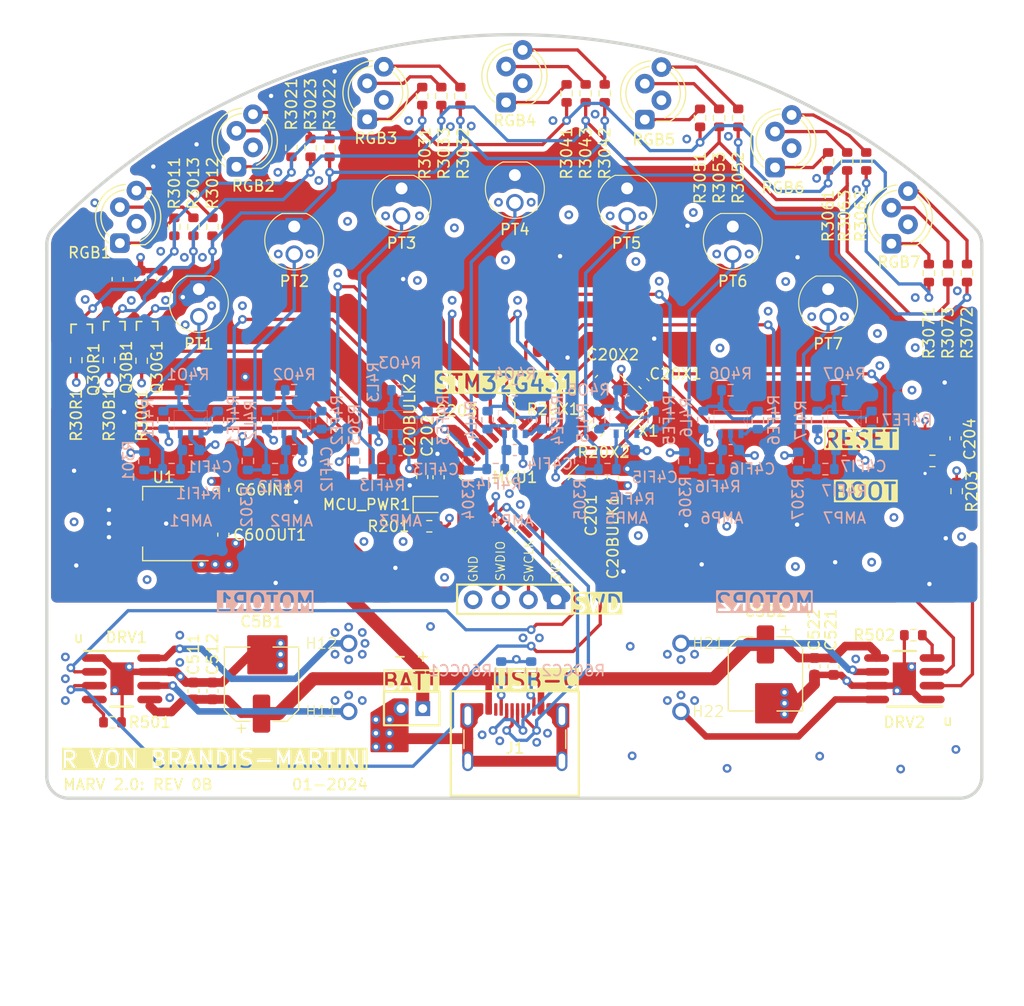
<source format=kicad_pcb>
(kicad_pcb (version 20221018) (generator pcbnew)
  (layers (0 "F.Cu" signal) (1 "In1.Cu" power) (2 "In2.Cu" power) (31 "B.Cu" signal) (34 "B.Paste" user) (35 "F.Paste" user) (36 "B.SilkS" user "B.Silkscreen") (37 "F.SilkS" user "F.Silkscreen") (38 "B.Mask" user) (39 "F.Mask" user) (44 "Edge.Cuts" user))
  (net 0 "")
  (net 1 "GND")
  (net 2 "+3.3V")
  (net 3 "/SENSOR/RED")
  (net 4 "/SENSOR/GREEN")
  (net 5 "/SENSOR/BLUE")
  (net 6 "+BATT")
  (net 7 "/SENSOR/gain_offset/V_IN_1")
  (net 8 "/SENSOR/gain_offset/V_IN_2")
  (net 9 "/SENSOR/gain_offset/V_IN_3")
  (net 10 "/SENSOR/gain_offset/V_IN_4")
  (net 11 "/SENSOR/gain_offset/V_IN_5")
  (net 12 "/SENSOR/gain_offset/V_IN_6")
  (net 13 "/SENSOR/gain_offset/V_IN_7")
  (net 14 "Net-(AMP1--)")
  (net 15 "/SENSOR/gain_offset/IN_2_FILT")
  (net 16 "/MCU/IN_1")
  (net 17 "/MCU/IN_2")
  (net 18 "/MCU/IN_4")
  (net 19 "/MCU/IN_3")
  (net 20 "/MCU/IN_7")
  (net 21 "/MCU/IN_6")
  (net 22 "/MCU/IN_5")
  (net 23 "/SENSOR/gain_offset/IN_3_FILT")
  (net 24 "/SENSOR/gain_offset/IN_4_FILT")
  (net 25 "/SENSOR/gain_offset/IN_5_FILT")
  (net 26 "/SENSOR/gain_offset/IN_6_FILT")
  (net 27 "/SENSOR/gain_offset/IN_7_FILT")
  (net 28 "OSC_IN")
  (net 29 "/MOTOR_DRIVER/ILIM1")
  (net 30 "/MOTOR_DRIVER/ILIM2")
  (net 31 "/MCU/SWCLK")
  (net 32 "/MCU/SWDIO")
  (net 33 "/MOTOR_DRIVER/MOTOR1_OUT_1")
  (net 34 "/MOTOR_DRIVER/MOTOR1_OUT_2")
  (net 35 "/MOTOR_DRIVER/MOTOR2_OUT_1")
  (net 36 "/MOTOR_DRIVER/MOTOR2_OUT_2")
  (net 37 "/MCU/PWM_1_2")
  (net 38 "/MCU/PWM_1_1")
  (net 39 "/MCU/PWM_2_2")
  (net 40 "/MCU/PWM_2_1")
  (net 41 "/SENSOR/gain_offset/IN_1_FILT")
  (net 42 "RST")
  (net 43 "/MCU/BLUE_CTRL")
  (net 44 "/MCU/GREEN_CTRL")
  (net 45 "/MCU/RED_CTRL")
  (net 46 "/MCU/D-")
  (net 47 "/MCU/D+")
  (net 48 "BOOT0")
  (net 49 "/SENSOR/gain_offset/AMP2N")
  (net 50 "/SENSOR/gain_offset/AMP3N")
  (net 51 "/SENSOR/gain_offset/AMP4N")
  (net 52 "/SENSOR/gain_offset/AMP5N")
  (net 53 "/SENSOR/gain_offset/AMP6N")
  (net 54 "/SENSOR/gain_offset/AMP7N")
  (net 55 "Net-(MCU_PWR1-K)")
  (net 60 "Net-(J1-CC1)")
  (net 62 "Net-(J1-CC2)")
  (net 64 "OSC_OUT")
  (net 65 "/MCU/OSC_OUT0")
  (net 66 "/SENSOR/R1")
  (net 67 "/SENSOR/G1")
  (net 68 "/SENSOR/B1")
  (net 69 "/SENSOR/R2")
  (net 70 "/SENSOR/G2")
  (net 71 "/SENSOR/B2")
  (net 72 "/SENSOR/R3")
  (net 73 "/SENSOR/G3")
  (net 74 "/SENSOR/B3")
  (net 75 "/SENSOR/R4")
  (net 76 "/SENSOR/G4")
  (net 77 "/SENSOR/B4")
  (net 78 "/SENSOR/R5")
  (net 79 "/SENSOR/G5")
  (net 80 "/SENSOR/B5")
  (net 81 "/SENSOR/R6")
  (net 82 "/SENSOR/G6")
  (net 83 "/SENSOR/B6")
  (net 84 "/SENSOR/R7")
  (net 85 "/SENSOR/G7")
  (net 86 "/SENSOR/B7")
  (footprint "Capacitor_SMD:C_0603_1608Metric" (layer "F.Cu") (at 108.5 141.12 90)
    (fp_text reference "C512")
    (fp_text value "1uF")
  )
  (footprint "DRV:DDA0008H_M" (layer "F.Cu") (at 172 140 180)
    (fp_text reference "DRV2")
    (fp_text value "DRV8871DDA")
  )
  (footprint "Resistor_SMD:R_0603_1608Metric" (layer "F.Cu") (at 156.75 88.5 -90)
    (fp_text reference "R3052")
    (fp_text value "R")
  )
  (footprint "Capacitor_SMD:C_0603_1608Metric" (layer "F.Cu") (at 144.1 112.6 45)
    (fp_text reference "C20X2")
    (fp_text value "10pF")
  )
  (footprint "Package_QFP:LQFP-32_7x7mm_P0.8mm" (layer "F.Cu") (at 136.25 121.5 -135)
    (fp_text reference "MCU1")
    (fp_text value "STM32G431KBT6")
  )
  (footprint "TEPT5600:LED_TEPT5600_VIS" (layer "F.Cu") (at 136.254 93.752 -90)
    (fp_text reference "PT4")
    (fp_text value "TEPT5600" hide)
  )
  (footprint "MN26D0UT_7_MOSFET:DMN26D0UT-7_PER-L" (layer "F.Cu") (at 102.5 107.75)
    (fp_text reference "Q30G1")
    (fp_text value "NMOS")
  )
  (footprint "Resistor_SMD:R_0603_1608Metric" (layer "F.Cu") (at 108.5 98.5 -90)
    (fp_text reference "R3012")
    (fp_text value "R")
  )
  (footprint "Capacitor_SMD:C_0603_1608Metric" (layer "F.Cu") (at 99.8 103.3 90)
    (fp_text reference "C30B1" hide)
    (fp_text value "C")
  )
  (footprint "TEPT5600:LED_TEPT5600_VIS" (layer "F.Cu") (at 156.254 98.475967 -90)
    (fp_text reference "PT6")
    (fp_text value "TEPT5600" hide)
  )
  (footprint "Resistor_SMD:R_0603_1608Metric" (layer "F.Cu") (at 129.5 86.5 -90)
    (fp_text reference "R3033")
    (fp_text value "R")
  )
  (footprint "LED_SMD:LED_0603_1608Metric" (layer "F.Cu") (at 128.4 124)
    (fp_text reference "MCU_PWR1")
    (fp_text value "LED")
  )
  (footprint "LED_THT:LED_D5.0mm-4_RGB_Staggered_Pins" (layer "F.Cu") (at 148.18 88.66 90)
    (fp_text reference "RGB5")
    (fp_text value "LED_RKGB")
  )
  (footprint "Resistor_SMD:R_0603_1608Metric" (layer "F.Cu") (at 99.325 144 180)
    (fp_text reference "R501")
    (fp_text value "32k")
  )
  (footprint "Resistor_SMD:R_0603_1608Metric" (layer "F.Cu") (at 165 92.5 -90)
    (fp_text reference "R3061")
    (fp_text value "R")
  )
  (footprint "Resistor_SMD:R_0603_1608Metric" (layer "F.Cu") (at 119.25 91.25 -90)
    (fp_text reference "R3022")
    (fp_text value "R")
  )
  (footprint "Resistor_SMD:R_0603_1608Metric" (layer "F.Cu") (at 128.4 126)
    (fp_text reference "R201")
    (fp_text value "R")
  )
  (footprint "LED_THT:LED_D5.0mm-4_RGB_Staggered_Pins" (layer "F.Cu") (at 100 100 90)
    (fp_text reference "RGB1")
    (fp_text value "LED_RKGB")
  )
  (footprint "SWITCH:Wurth" (layer "F.Cu") (at 173.825 117.875)
    (fp_text reference "RST1" hide)
    (fp_text value "SW_Push")
  )
  (footprint "CustomMounting:MountingHole_1.5mm_Pad_TopOnly" (layer "F.Cu") (at 121 143 180)
    (fp_text reference "H11")
    (fp_text value "MountingHole_Pad")
  )
  (footprint "Resistor_SMD:R_0603_1608Metric" (layer "F.Cu") (at 176 102.75 -90)
    (fp_text reference "R3073")
    (fp_text value "R")
  )
  (footprint "Connector_USB:USB_C_Receptacle_GCT_USB4105-xx-A_16P_TopMnt_Horizontal" (layer "F.Cu") (at 136.25 146.5)
    (fp_text reference "J1")
    (fp_text value "USB_C_Receptacle")
  )
  (footprint "TEPT5600:LED_TEPT5600_VIS" (layer "F.Cu") (at 125.854 94.975967 -90)
    (fp_text reference "PT3")
    (fp_text value "TEPT5600" hide)
  )
  (footprint "Resistor_SMD:R_0603_1608Metric" (layer "F.Cu") (at 142.8 116.1 45)
    (fp_text reference "R20X1")
    (fp_text value "680")
  )
  (footprint "TEPT5600:LED_TEPT5600_VIS" (layer "F.Cu") (at 165.004 104.223967 -90)
    (fp_text reference "PT7")
    (fp_text value "TEPT5600" hide)
  )
  (footprint "Capacitor_SMD:C_0603_1608Metric" (layer "F.Cu") (at 109.5 122.65 90)
    (fp_text reference "C60IN1")
    (fp_text value "C")
  )
  (footprint "Resistor_SMD:R_0603_1608Metric" (layer "F.Cu") (at 115.75 91.25 -90)
    (fp_text reference "R3021")
    (fp_text value "R")
  )
  (footprint "LED_THT:LED_D5.0mm-4_RGB_Staggered_Pins" (layer "F.Cu") (at 122.7 88.63 90)
    (fp_text reference "RGB3")
    (fp_text value "LED_RKGB")
  )
  (footprint "Capacitor_SMD:C_0603_1608Metric" (layer "F.Cu") (at 176.7 117.925 -90)
    (fp_text reference "C204")
    (fp_text value "C")
  )
  (footprint "Crystal:Crystal_SMD_3225-4Pin_3.2x2.5mm" (layer "F.Cu") (at 146.2 114.7 135)
    (fp_text reference "X1")
    (fp_text value "Crystal_24MHz")
  )
  (footprint "Connector_PinHeader_2.00mm:PinHeader_1x02_P2.00mm_Vertical" (layer "F.Cu") (at 127.8 142.74 -90)
    (fp_text reference "J2" hide)
    (fp_text value "Conn_01x02_Pin")
  )
  (footprint "Resistor_SMD:R_0603_1608Metric" (layer "F.Cu") (at 174.25 102.75 -90)
    (fp_text reference "R3071")
    (fp_text value "R")
  )
  (footprint "Resistor_SMD:R_0603_1608Metric" (layer "F.Cu") (at 155 88.5 -90)
    (fp_text reference "R3053")
    (fp_text value "R")
  )
  (footprint "LED_THT:LED_D5.0mm-4_RGB_Staggered_Pins" (layer "F.Cu") (at 160.13 93.058 90)
    (fp_text reference "RGB6")
    (fp_text value "LED_RKGB")
  )
  (footprint "Capacitor_SMD:C_0603_1608Metric" (layer "F.Cu") (at 106.76 141.12 90)
    (fp_text reference "C511")
    (fp_text value "10uF")
  )
  (footprint "SWITCH:Wurth" (layer "F.Cu") (at 173.925 122.775)
    (fp_text reference "BOOT0" hide)
    (fp_text value "SW_Push")
  )
  (footprint "Resistor_SMD:R_0603_1608Metric" (layer "F.Cu") (at 144.5 86.25 -90)
    (fp_text reference "R3042")
    (fp_text value "R")
  )
  (footprint "Capacitor_SMD:C_0603_1608Metric" (layer "F.Cu") (at 103.9 103.3 90)
    (fp_text reference "C30R1" hide)
    (fp_text value "C")
  )
  (footprint "Capacitor_SMD:C_0603_1608Metric" (layer "F.Cu") (at 130.5 118 45)
    (fp_text reference "C203")
    (fp_text value "C")
  )
  (footprint "TEPT5600:LED_TEPT5600_VIS" (layer "F.Cu") (at 107.254 104.223967 -90)
    (fp_text reference "PT1")
    (fp_text value "TEPT5600" hide)
  )
  (footprint "Connector_PinHeader_2.54mm:PinHeader_1x04_P2.54mm_Vertical" (layer "F.Cu") (at 140.04 132.75 -90)
    (fp_text reference "SWD1" hide)
    (fp_text value "SERIAL_WIRE_DEBUG")
  )
  (footprint "TEPT5600:LED_TEPT5600_VIS" (layer "F.Cu") (at 116.004 98.475967 -90)
    (fp_text reference "PT2")
    (fp_text value "TEPT5600" hide)
  )
  (footprint "Resistor_SMD:R_0603_1608Metric" (layer "F.Cu") (at 143.9 117.2 45)
    (fp_text reference "R20X2")
    (fp_text value "27k")
  )
  (footprint "Capacitor_SMD:C_0603_1608Metric" (layer "F.Cu") (at 165.5 138.87 -90)
    (fp_text reference "C521")
    (fp_text value "10uF")
  )
  (footprint "TEPT5600:LED_TEPT5600_VIS" (layer "F.Cu") (at 146.554 94.973967 -90)
    (fp_text reference "PT5")
    (fp_text value "TEPT5600" hide)
  )
  (footprint "Resistor_SMD:R_0603_1608Metric" (layer "F.Cu") (at 117.5 91.25 -90)
    (fp_text reference "R3023")
    (fp_text value "R")
  )
  (footprint "Package_TO_SOT_SMD:SOT-223-3_TabPin2" (layer "F.Cu") (at 104 125.75 180)
    (fp_text reference "U1")
    (fp_text value "LD1117S33TR_SOT223")
  )
  (footprint "DRV:DDA0008H_M" (layer "F.Cu") (at 100.2 140)
    (fp_text reference "DRV1")
    (fp_text value "DRV8871DDA")
  )
  (footprint "Capacitor_SMD:C_0603_1608Metric" (layer "F.Cu") (at 143.25 121.5 -90)
    (fp_text reference "C201")
    (fp_text value "C")
  )
  (footprint "Resistor_SMD:R_0603_1608Metric" (layer "F.Cu") (at 168.5 92.5 -90)
    (fp_text reference "R3062")
    (fp_text value "R")
  )
  (footprint "Resistor_SMD:R_0603_1608Metric" (layer "F.Cu") (at 174.575 120)
    (fp_text reference "R202" hide)
    (fp_text value "R")
  )
  (footprint "Capacitor_SMD:CP_Elec_6.3x7.7" (layer "F.Cu") (at 113 140.5 90)
    (fp_text reference "C5B1")
    (fp_text value "100uF")
  )
  (footprint "LED_THT:LED_D5.0mm-4_RGB_Staggered_Pins" (layer "F.Cu") (at 135.45 87.088 90)
    (fp_text reference "RGB4")
    (fp_text value "LED_RKGB")
  )
  (footprint "Resistor_SMD:R_0603_1608Metric" (layer "F.Cu") (at 99 110.75 -90)
    (fp_text reference "R30B1")
    (fp_text value "R")
  )
  (footprint "Resistor_SMD:R_0603_1608Metric" (layer "F.Cu") (at 105 98.5 90)
    (fp_text reference "R3011" hide)
    (fp_text value "R")
  )
  (footprint "LED_THT:LED_D5.0mm-4_RGB_Staggered_Pins" (layer "F.Cu") (at 170.81 100.05 90)
    (fp_text reference "RGB7")
    (fp_text value "LED_RKGB")
  )
  (footprint "Capacitor_SMD:C_0603_1608Metric" (layer "F.Cu") (at 129.25 121.5 90)
    (fp_text reference "C202")
    (fp_text value "C")
  )
  (footprint "MN26D0UT_7_MOSFET:DMN26D0UT-7_PER-L" (layer "F.Cu") (at 99.5 107.75)
    (fp_text reference "Q30B1")
    (fp_text value "NMOS")
  )
  (footprint "Resistor_SMD:R_0603_1608Metric" (layer "F.Cu") (at 177.75 102.75 -90)
    (fp_text reference "R3072")
    (fp_text value "R")
  )
  (footprint "Capacitor_SMD:C_0603_1608Metric" (layer "F.Cu") (at 145.25 121.5 -90)
    (fp_text reference "C20BULK1")
    (fp_text value "C")
  )
  (footprint "Capacitor_SMD:C_0603_1608Metric" (layer "F.Cu") (at 109.5 126.77 -90)
    (fp_text reference "C60OUT1")
    (fp_text value "C")
  )
  (footprint "Resistor_SMD:R_0603_1608Metric" (layer "F.Cu") (at 176.8 122.775 90)
    (fp_text reference "R203")
    (fp_text value "R")
  )
  (footprint "Resistor_SMD:R_0603_1608Metric" (layer "F.Cu") (at 127.75 86.5 -90)
    (fp_text reference "R3031")
    (fp_text value "R")
  )
  (footprint "Capacitor_SMD:C_0603_1608Metric" (layer "F.Cu") (at 163.75 138.87 -90)
    (fp_text reference "C522")
    (fp_text value "1uF")
  )
  (footprint "Resistor_SMD:R_0603_1608Metric" (layer "F.Cu") (at 166.75 92.5 -90)
    (fp_text reference "R3063")
    (fp_text value "R")
  )
  (footprint "MN26D0UT_7_MOSFET:DMN26D0UT-7_PER-L" (layer "F.Cu") (at 96.5 108)
    (fp_text reference "Q30R1")
    (fp_text value "NMOS")
  )
  (footprint "Resistor_SMD:R_0603_1608Metric" (layer "F.Cu") (at 141 86.25 -90)
    (fp_text reference "R3041")
    (fp_text value "R")
  )
  (footprint "Resistor_SMD:R_0603_1608Metric" (layer "F.Cu") (at 96 110.75 -90)
    (fp_text reference "R30R1")
    (fp_text value "R")
  )
  (footprint "Resistor_SMD:R_0603_1608Metric" (layer "F.Cu") (at 106.75 98.5 -90)
    (fp_text reference "R3013")
    (fp_text value "R")
  )
  (footprint "CustomMounting:MountingHole_1.5mm_Pad_TopOnly" (layer "F.Cu") (at 151.5 136.75)
    (fp_text reference "H21")
    (fp_text value "MountingHole_Pad")
  )
  (footprint "Resistor_SMD:R_0603_1608Metric" (layer "F.Cu") (at 131.25 86.5 -90)
    (fp_text reference "R3032")
    (fp_text value "R")
  )
  (footprint "Capacitor_SMD:C_0603_1608Metric" (layer "F.Cu") (at 101.9 103.3 90)
    (fp_text reference "C30G1" hide)
    (fp_text value "C")
  )
  (footprint "Capacitor_SMD:CP_Elec_6.3x7.7" (layer "F.Cu") (at 159.25 139.55 -90)
    (fp_text reference "C5B2")
    (fp_text value "100uF")
  )
  (footprint "CustomMounting:MountingHole_1.5mm_Pad_TopOnly" (layer "F.Cu") (at 151.5 143)
    (fp_text reference "H22")
    (fp_text value "MountingHole_Pad")
  )
  (footprint "Resistor_SMD:R_0603_1608Metric" (layer "F.Cu") (at 142.75 86.25 -90)
    (fp_text reference "R3043")
    (fp_text value "R")
  )
  (footprint "Resistor_SMD:R_0603_1608Metric" (layer "F.Cu") (at 102 110.8 -90)
    (fp_text reference "R30G1")
    (fp_text value "R")
  )
  (footprint "Resistor_SMD:R_0603_1608Metric" (layer "F.Cu") (at 153.25 88.5 -90)
    (fp_text reference "R3051")
    (fp_text value "R")
  )
  (footprint "LED_THT:LED_D5.0mm-4_RGB_Staggered_Pins" (layer "F.Cu") (at 110.7 92.99 90)
    (fp_text reference "RGB2")
    (fp_text value "LED_RKGB")
  )
  (footprint "CustomMounting:MountingHole_1.5mm_Pad_TopOnly" (layer "F.Cu") (at 121 136.75 180)
    (fp_text reference "H12")
    (fp_text value "MountingHole_Pad")
  )
  (footprint "Capacitor_SMD:C_0603_1608Metric" (layer "F.Cu") (at 127.75 121.475 90)
    (fp_text reference "C20BULK2")
    (fp_text value "C")
  )
  (footprint "Capacitor_SMD:C_0603_1608Metric" (layer "F.Cu") (at 148.1 112.9 135)
    (fp_text reference "C20X1")
    (fp_text value "10pF")
  )
  (footprint "Resistor_SMD:R_0603_1608Metric" (layer "F.Cu") (at 172.825 136)
    (fp_text reference "R502")
    (fp_text value "32k")
  )
  (footprint "Resistor_SMD:R_0603_1608Metric" (layer "B.Cu") (at 109 116.25 90)
    (fp_text reference "R4FE1")
    (fp_text value "R")
  )
  (footprint "Resistor_SMD:R_0603_1608Metric" (layer "B.Cu") (at 144 116.25 90)
    (fp_text reference "R4L5")
    (fp_text value "R")
  )
  (footprint "Resistor_SMD:R_0603_1608Metric" (layer "B.Cu") (at 123.25 116.325 90)
    (fp_text reference "R4L3")
    (fp_text value "R")
  )
  (footprint "Resistor_SMD:R_0603_1608Metric" (layer "B.Cu") (at 156.049999 113.5 180)
    (fp_text reference "R4O6")
    (fp_text value "R")
  )
  (footprint "Capacitor_SMD:C_0603_1608Metric" (layer "B.Cu") (at 106.5 119)
    (fp_text reference "C4FI1")
    (fp_text value "C")
  )
  (footprint "Resistor_SMD:R_0603_1608Metric" (layer "B.Cu") (at 146.5 113.5 180)
    (fp_text reference "R4O5")
    (fp_text value "R")
  )
  (footprint "Resistor_SMD:R_0603_1608Metric" (layer "B.Cu") (at 162.25 120 90)
    (fp_text reference "R307")
    (fp_text value "R")
  )
  (footprint "Capacitor_SMD:C_0603_1608Metric" (layer "B.Cu") (at 166.5 119)
    (fp_text reference "C4FI7")
    (fp_text value "C")
  )
  (footprint "Resistor_SMD:R_0603_1608Metric" (layer "B.Cu") (at 154.299999 120.75)
    (fp_text reference "R4FI6")
    (fp_text value "R")
  )
  (footprint "Resistor_SMD:R_0603_1608Metric" (layer "B.Cu") (at 151.799999 120 90)
    (fp_text reference "R306")
    (fp_text value "R")
  )
  (footprint "Resistor_SMD:R_0603_1608Metric" (layer "B.Cu") (at 121.5 120 90)
    (fp_text reference "R303")
    (fp_text value "R")
  )
  (footprint "OPA322:DBV5_TEX-L" (layer "B.Cu") (at 125.75 116.25 90)
    (fp_text reference "AMP3")
    (fp_text value "type=\"X\" model=\"OPAMP\" lib=\"\"")
  )
  (footprint "Resistor_SMD:R_0603_1608Metric" (layer "B.Cu") (at 111.75 120 90)
    (fp_text reference "R302")
    (fp_text value "R")
  )
  (footprint "Resistor_SMD:R_0603_1608Metric" (layer "B.Cu") (at 104 116.25 90)
    (fp_text reference "R4L1")
    (fp_text value "R")
  )
  (footprint "Resistor_SMD:R_0603_1608Metric" (layer "B.Cu") (at 114.25 120.75)
    (fp_text reference "R4FI2")
    (fp_text value "R")
  )
  (footprint "Resistor_SMD:R_0603_1608Metric" (layer "B.Cu") (at 169 116.25 90)
    (fp_text reference "R4FE7")
    (fp_text value "R")
  )
  (footprint "Resistor_SMD:R_0603_1608Metric" (layer "B.Cu") (at 142.25 120 90)
    (fp_text reference "R305")
    (fp_text value "R")
  )
  (footprint "OPA322:DBV5_TEX-L" (layer "B.Cu") (at 156.049999 116.25 90)
    (fp_text reference "AMP6")
    (fp_text value "type=\"X\" model=\"OPAMP\" lib=\"\"")
  )
  (footprint "Capacitor_SMD:C_0603_1608Metric" (layer "B.Cu") (at 125.75 119)
    (fp_text reference "C4FI3")
    (fp_text value "C")
  )
  (footprint "Resistor_SMD:R_0603_1608Metric" (layer "B.Cu") (at 134.5 120.75)
    (fp_text reference "R4FI4")
    (fp_text value "R")
  )
  (footprint "Resistor_SMD:R_0603_1608Metric" (layer "B.Cu") (at 133.75 116.25 90)
    (fp_text reference "R4L4")
    (fp_text value "R")
  )
  (footprint "Resistor_SMD:R_0603_1608Metric" (layer "B.Cu") (at 135 139.25 90)
    (fp_text reference "R60CC1")
    (fp_text value "5.1k")
  )
  (footprint "OPA322:DBV5_TEX-L" (layer "B.Cu") (at 116 116.25 90)
    (fp_text reference "AMP2")
    (fp_text value "type=\"X\" model=\"OPAMP\" lib=\"\"")
  )
  (footprint "Resistor_SMD:R_0603_1608Metric" (layer "B.Cu") (at 124.075 120.75)
    (fp_text reference "R4FI3")
    (fp_text value "R")
  )
  (footprint "Resistor_SMD:R_0603_1608Metric" (layer "B.Cu") (at 164.75 120.75)
    (fp_text reference "R4FI7")
    (fp_text value "R")
  )
  (footprint "OPA322:DBV5_TEX-L" (layer "B.Cu") (at 166.5 116.25 90)
    (fp_text reference "AMP7")
    (fp_text value "type=\"X\" model=\"OPAMP\" lib=\"\"")
  )
  (footprint "Resistor_SMD:R_0603_1608Metric" (layer "B.Cu") (at 138.75 116.25 90)
    (fp_text reference "R4FE4")
    (fp_text value "R")
  )
  (footprint "Resistor_SMD:R_0603_1608Metric" (layer "B.Cu") (at 166.5 113.5 180)
    (fp_text reference "R4O7")
    (fp_text value "R")
  )
  (footprint "OPA322:DBV5_TEX-L" (layer "B.Cu") (at 146.5 116.23635 90)
    (fp_text reference "AMP5")
    (fp_text value "type=\"X\" model=\"OPAMP\" lib=\"\"")
  )
  (footprint "Resistor_SMD:R_0603_1608Metric" (layer "B.Cu") (at 113.5 116.25 90)
    (fp_text reference "R4L2")
    (fp_text value "R")
  )
  (footprint "Resistor_SMD:R_0603_1608Metric" (layer "B.Cu") (at 106.25 113.5 180)
    (fp_text reference "R4O1")
    (fp_text value "R")
  )
  (footprint "Resistor_SMD:R_0603_1608Metric" (layer "B.Cu") (at 153.549999 116.25 90)
    (fp_text reference "R4L6")
    (fp_text value "R")
  )
  (footprint "Resistor_SMD:R_0603_1608Metric" (layer "B.Cu") (at 158.549999 116.25 90)
    (fp_text reference "R4FE6")
    (fp_text value "R")
  )
  (footprint "Resistor_SMD:R_0603_1608Metric" (layer "B.Cu") (at 149 116.25 90)
    (fp_text reference "R4FE5")
    (fp_text value "R")
  )
  (footprint "Resistor_SMD:R_0603_1608Metric" (layer "B.Cu") (at 102.25 120 90)
    (fp_text reference "R301")
    (fp_text value "R")
  )
  (footprint "Resistor_SMD:R_0603_1608Metric" (layer "B.Cu") (at 136.25 113.5 180)
    (fp_text reference "R4O4")
    (fp_text value "R")
  )
  (footprint "Resistor_SMD:R_0603_1608Metric" (layer "B.Cu") (at 137.75 139.25 90)
    (fp_text reference "R60CC2")
    (fp_text value "5.1k")
  )
  (footprint "Capacitor_SMD:C_0603_1608Metric" (layer "B.Cu") (at 146.5 119)
    (fp_text reference "C4FI5")
    (fp_text value "C")
  )
  (footprint "OPA322:DBV5_TEX-L" (layer "B.Cu") (at 106.5 116.25 90)
    (fp_text reference "AMP1")
    (fp_text value "type=\"X\" model=\"OPAMP\" lib=\"\"")
  )
  (footprint "Resistor_SMD:R_0603_1608Metric" (layer "B.Cu") (at 125.75 113.5 180)
    (fp_text reference "R4O3")
    (fp_text value "R")
  )
  (footprint "Capacitor_SMD:C_0603_1608Metric" (layer "B.Cu") (at 136.25 119)
    (fp_text reference "C4FI4")
    (fp_text value "C")
  )
  (footprint "Resistor_SMD:R_0603_1608Metric" (layer "B.Cu") (at 164 116.25 90)
    (fp_text reference "R4L7")
    (fp_text value "R")
  )
  (footprint "Resistor_SMD:R_0603_1608Metric" (layer "B.Cu") (at 132 120 90)
    (fp_text reference "R304")
    (fp_text value "R")
  )
  (footprint "Resistor_SMD:R_0603_1608Metric" (layer "B.Cu") (at 144.75 120.75)
    (fp_text reference "R4FI5")
    (fp_text value "R")
  )
  (footprint "Resistor_SMD:R_0603_1608Metric" (layer "B.Cu") (at 104.75 120.75)
    (fp_text reference "R4FI1")
    (fp_text value "R")
  )
  (footprint "Capacitor_SMD:C_0603_1608Metric" (layer "B.Cu") (at 116 119)
    (fp_text reference "C4FI2")
    (fp_text value "C")
  )
  (footprint "Resistor_SMD:R_0603_1608Metric" (layer "B.Cu") (at 128.25 116.25 90)
    (fp_text reference "R4FE3")
    (fp_text value "R")
  )
  (footprint "Capacitor_SMD:C_0603_1608Metric" (layer "B.Cu") (at 156.049999 119)
    (fp_text reference "C4FI6")
    (fp_text value "C")
  )
  (footprint "Resistor_SMD:R_0603_1608Metric" (layer "B.Cu") (at 118.5 116.25 90)
    (fp_text reference "R4FE2")
    (fp_text value "R")
  )
  (footprint "Resistor_SMD:R_0603_1608Metric" (layer "B.Cu") (at 116 113.5 180)
    (fp_text reference "R4O2")
    (fp_text value "R")
  )
  (footprint "OPA322:DBV5_TEX-L" (layer "B.Cu") (at 136.25 116.25 90)
    (fp_text reference "AMP4")
    (fp_text value "type=\"X\" model=\"OPAMP\" lib=\"\"")
  )
  (gr_rect (start 124.24 141.19) (end 129.34 144.27) (stroke (width 0.2)) (fill none) (layer "F.SilkS"))
  (gr_line (start 136.25 116.394689) (end 136.25 114.7) (stroke (width 0.12)) (layer "F.SilkS"))
  (gr_rect (start 130.95 131.35) (end 141.5 134.05) (stroke (width 0.2)) (fill none) (layer "F.SilkS"))
  (gr_rect (start 130.375 141.15) (end 142.125 150.75) (stroke (width 0.2)) (fill none) (layer "F.SilkS"))
  (gr_line (start 136.25 114.7) (end 135.44 113.84) (stroke (width 0.12)) (layer "F.SilkS"))
  (gr_arc (start 179.107864 148.968183) (mid 178.522087 150.38243) (end 177.107864 150.968183) (stroke (width 0.3)) (layer "Edge.Cuts"))
  (gr_line (start 93.292162 100.501035) (end 93.292162 148.968183) (stroke (width 0.3)) (layer "Edge.Cuts"))
  (gr_line (start 179.107864 100.501035) (end 179.107864 100.098299) (stroke (width 0.3)) (layer "Edge.Cuts"))
  (gr_line (start 179.107864 148.968183) (end 179.107864 100.501035) (stroke (width 0.3)) (layer "Edge.Cuts"))
  (gr_line (start 95.292162 150.968183) (end 177.107864 150.968183) (stroke (width 0.3)) (layer "Edge.Cuts"))
  (gr_arc (start 93.292162 100.098299) (mid 93.439727 99.344332) (end 93.860634 98.701615) (stroke (width 0.3)) (layer "Edge.Cuts"))
  (gr_arc (start 93.860634 98.701615) (mid 136.200013 80.857737) (end 178.539392 98.701615) (stroke (width 0.3)) (layer "Edge.Cuts"))
  (gr_arc (start 95.292162 150.968183) (mid 93.877944 150.382388) (end 93.292162 148.968183) (stroke (width 0.3)) (layer "Edge.Cuts"))
  (gr_arc (start 178.539392 98.701615) (mid 178.96033 99.344321) (end 179.107864 100.098299) (stroke (width 0.3)) (layer "Edge.Cuts"))
  (gr_line (start 93.292162 100.098299) (end 93.292162 100.501035) (stroke (width 0.3)) (layer "Edge.Cuts"))
  (gr_text "MOTOR1" (at 118 133.86) (layer "B.SilkS" knockout) (effects (font (size 1.5 1.5) (thickness 0.25) bold) (justify left bottom mirror)))
  (gr_text "MOTOR2" (at 163.82 133.86) (layer "B.SilkS" knockout) (effects (font (size 1.5 1.5) (thickness 0.25) bold) (justify left bottom mirror)))
  (gr_text "R VON BRANDIS-MARTINI" (at 94.47 148.3) (layer "F.SilkS" knockout) (effects (font (size 1.5 1.5) (thickness 0.2)) (justify left bottom)))
  (gr_text "R3011" (at 105 94.5 90) (layer "F.SilkS") (effects (font (size 1 1))))
  (gr_text "-" (at 124.98 138.49) (layer "F.SilkS") (effects (font (size 1 1)) (justify left bottom)))
  (gr_text "SWDIO" (at 135.4 131.1 90) (layer "F.SilkS") (effects (font (size 0.8 0.8) (thickness 0.1)) (justify left bottom)))
  (gr_text "01-2024" (at 115.7 150.3) (layer "F.SilkS") (effects (font (size 1 1)) (justify left bottom)))
  (gr_text "3V3" (at 140.5 131.2 90) (layer "F.SilkS") (effects (font (size 0.8 0.8) (thickness 0.1)) (justify left bottom)))
  (gr_text "STM32G431" (at 128.75 113.75) (layer "F.SilkS" knockout) (effects (font (size 1.5 1.5) (thickness 0.25) bold) (justify left bottom)))
  (gr_text "BOOT" (at 165.3 123.7) (layer "F.SilkS" knockout) (effects (font (size 1.5 1.5) (thickness 0.25) bold) (justify left bottom)))
  (gr_text "SWCLK" (at 138 131.2 90) (layer "F.SilkS") (effects (font (size 0.8 0.8) (thickness 0.1)) (justify left bottom)))
  (gr_text "USB-C" (at 134.1 141) (layer "F.SilkS" knockout) (effects (font (size 1.5 1.5) (thickness 0.25) bold) (justify left bottom)))
  (gr_text "+" (at 127.08 138.49) (layer "F.SilkS") (effects (font (size 1 1)) (justify left bottom)))
  (gr_text "GND" (at 132.9 131.2 90) (layer "F.SilkS") (effects (font (size 0.8 0.8) (thickness 0.1)) (justify left bottom)))
  (gr_text "MARV 2.0: REV 0B\n" (at 94.7 150.3) (layer "F.SilkS") (effects (font (size 1 1)) (justify left bottom)))
  (gr_text "RESET" (at 164.4 118.9) (layer "F.SilkS" knockout) (effects (font (size 1.5 1.5) (thickness 0.25) bold) (justify left bottom)))
  (gr_text "BATT" (at 123.95 141.12) (layer "F.SilkS" knockout) (effects (font (size 1.5 1.5) (thickness 0.25) bold) (justify left bottom)))
  (gr_text "SWD" (at 141.3 134) (layer "F.SilkS" knockout) (effects (font (size 1.5 1.5) (thickness 0.25) bold) (justify left bottom)))
  (segment (start 146.02 111.57) (end 146.023223 111.573223) (width 0.3) (layer "F.Cu") (net 1))
  (segment (start 130 126) (end 130.25 125.75) (width 0.3) (layer "F.Cu") (net 1))
  (segment (start 97.65 138.095) (end 98.449999 138.095) (width 0.6) (layer "F.Cu") (net 1))
  (segment (start 166.72 140.19) (end 166.74 140.19) (width 0.6) (layer "F.Cu") (net 1))
  (segment (start 146.61 122.26) (end 146.595 122.275) (width 0.5) (layer "F.Cu") (net 1))
  (segment (start 130.65 117.08) (end 129.8 117.08) (width 0.8) (layer "F.Cu") (net 1))
  (segment (start 141.18207 122.472272) (end 141.172272 122.472272) (width 0.3) (layer "F.Cu") (net 1))
  (segment (start 99.8 102.525) (end 103.9 102.525) (width 0.5) (layer "F.Cu") (net 1))
  (segment (start 108.5 140.345) (end 106.76 140.345) (width 0.8) (layer "F.Cu") (net 1))
  (segment (start 102 112.8505) (end 102 111.625) (width 0.3) (layer "F.Cu") (net 1))
  (segment (start 173.500002 141.905) (end 172 140.404998) (width 0.6) (layer "F.Cu") (net 1))
  (segment (start 126.6 120.7) (end 127.75 120.7) (width 0.8) (layer "F.Cu") (net 1))
  (segment (start 96 112.8) (end 96 111.575) (width 0.3) (layer "F.Cu") (net 1))
  (segment (start 171.33 141.1) (end 171.365 140.635) (width 0.6) (layer "F.Cu") (net 1))
  (segment (start 105.095 139.365) (end 102.75 139.365) (width 0.7) (layer "F.Cu") (net 1))
  (segment (start 161 141.25) (end 161 142.25) (width 0.6) (layer "F.Cu") (net 1))
  (segment (start 105.125 139.365) (end 104.52 139.365) (width 0.6) (layer "F.Cu") (net 1))
  (segment (start 175.65 122.775) (end 175.975 122.775) (width 0.25) (layer "F.Cu") (net 1))
  (segment (start 163.75 140.5) (end 163.75 139.645) (width 1) (layer "F.Cu") (net 1))
  (segment (start 169.45 140.635) (end 171.365 140.635) (width 0.6) (layer "F.Cu") (net 1))
  (segment (start 99 112.8) (end 99 111.575) (width 0.3) (layer "F.Cu") (net 1))
  (segment (start 131.93 145.5) (end 126 145.5) (width 1) (layer "F.Cu") (net 1))
  (segment (start 162 142.25) (end 161 142.25) (width 0.6) (layer "F.Cu") (net 1))
  (segment (start 108.95 127.55) (end 108.5 128) (width 0.8) (layer "F.Cu") (net 1))
  (segment (start 108.5 140.345) (end 109.395 140.345) (width 0.8) (layer "F.Cu") (net 1))
  (segment (start 176.8 120.9) (end 176.8 121.95) (width 0.25) (layer "F.Cu") (net 1))
  (segment (start 98.449999 138.095) (end 100.2 139.845001) (width 0.6) (layer "F.Cu") (net 1))
  (segment (start 129.325 126) (end 130 126) (width 0.3) (layer "F.Cu") (net 1))
  (segment (start 111.94 137.8) (end 113 137.8) (width 0.8) (layer "F.Cu") (net 1))
  (segment (start 172 136) (end 172 140) (width 0.3) (layer "F.Cu") (net 1))
  (segment (start 172 140.404998) (end 172 140) (width 0.6) (layer "F.Cu") (net 1))
  (segment (start 161 141.25) (end 162 142.25) (width 1) (layer "F.Cu") (net 1))
  (segment (start 146.2 113.497919) (end 146.023223 113.321142) (width 0.3) (layer "F.Cu") (net 1))
  (segment (start 105.55 139.79) (end 105.125 139.365) (width 0.8) (layer "F.Cu") (net 1))
  (segment (start 131.021992 117.451992) (end 130.65 117.08) (width 0.8) (layer "F.Cu") (net 1))
  (segment (start 108.4 121.875) (end 109.5 121.875) (width 0.8) (layer "F.Cu") (net 1))
  (segment (start 175.55 117.875) (end 175.55 117.2) (width 0.25) (layer "F.Cu") (net 1))
  (segment (start 100.21 143.94) (end 100.21 140.01) (width 0.3) (layer "F.Cu") (net 1))
  (segment (start 166.74 140.19) (end 167.185 140.635) (width 0.6) (layer "F.Cu") (net 1))
  (segment (start 172.1 117.2) (end 172.25 117.05) (width 0.25) (layer "F.Cu") (net 1))
  (segment (start 126.58 120.68) (end 126.6 120.7) (width 0.8) (layer "F.Cu") (net 1))
  (segment (start 125.8 145.3) (end 125.8 142.74) (width 1) (layer "F.Cu") (net 1))
  (segment (start 173.9 117.05) (end 172.25 117.05) (width 0.25) (layer "F.Cu") (net 1))
  (segment (start 174.55 141.905) (end 173.500002 141.905) (width 0.6) (layer "F.Cu") (net 1))
  (segment (start 106.075 140.345) (end 105.55 139.82) (width 0.8) (layer "F.Cu") (net 1))
  (segment (start 140.57 143.395) (end 140.57 147.575) (width 1) (layer "F.Cu") (net 1))
  (segment (start 131.93 145.5) (end 131.93 147.575) (width 1) (layer "F.Cu") (net 1))
  (segment (start 146.023223 113.321142) (end 145.917158 113.321142) (width 0.3) (layer "F.Cu") (net 1))
  (segment (start 129.225 120.7) (end 129.25 120.725) (width 0.3) (layer "F.Cu") (net 1))
  (segment (start 105.55 139.82) (end 105.55 139.79) (width 0.6) (layer "F.Cu") (net 1))
  (segment (start 171.365 141.065) (end 171.33 141.1) (width 0.6) (layer "F.Cu") (net 1))
  (segment (start 161 143.250001) (end 162.000001 142.25) (width 1) (layer "F.Cu") (net 1))
  (segment (start 126 145.5) (end 125.8 145.3) (width 1) (layer "F.Cu") (net 1))
  (segment (start 175.4 117.05) (end 173.9 117.05) (width 0.25) (layer "F.Cu") (net 1))
  (segment (start 104.52 139.365) (end 105.095 139.365) (width 0.8) (layer "F.Cu") (net 1))
  (segment (start 175.975 122.775) (end 176.8 121.95) (width 0.25) (layer "F.Cu") (net 1))
  (segment (start 102.75 139.365) (end 100.835 139.365) (width 0.6) (layer "F.Cu") (net 1))
  (segment (start 108.5 128) (end 107.2 128) (width 0.8) (layer "F.Cu") (net 1))
  (segment (start 165.5 139.645) (end 166.195 139.645) (width 0.6) (layer "F.Cu") (net 1))
  (segment (start 166.195 139.645) (end 166.72 140.17) (width 0.6) (layer "F.Cu") (net 1))
  (segment (start 140.2 121.5) (end 140 121.5) (width 0.3) (layer "F.Cu") (net 1))
  (segment (start 100.21 140.01) (end 100.2 140) (width 0.3) (layer "F.Cu") (net 1))
  (segment (start 100.2 140) (end 100.2 139.56) (width 0.6) (layer "F.Cu") (net 1))
  (segment (start 167.185 140.635) (end 169.45 140.635) (width 0.6) (layer "F.Cu") (net 1))
  (segment (start 131.048008 117.451992) (end 131.021992 117.451992) (width 0.25) (layer "F.Cu") (net 1))
  (segment (start 165.5 139.645) (end 163.75 139.645) (width 0.6) (layer "F.Cu") (net 1))
  (segment (start 101.9 101.3) (end 101.9 102.525) (width 0.5) (layer "F.Cu") (net 1))
  (segment (start 100.835 139.365) (end 100.2 140) (width 0.6) (layer "F.Cu") (net 1))
  (segment (start 173.9 116.3) (end 173.9 117.05) (width 0.25) (layer "F.Cu") (net 1))
  (segment (start 110.63 127.55) (end 108.95 127.55) (width 0.8) (layer "F.Cu") (net 1))
  (segment (start 161 143.250001) (end 161 142.25) (width 0.6) (layer "F.Cu") (net 1))
  (segment (start 175.55 117.2) (end 175.4 117.05) (width 0.25) (layer "F.Cu") (net 1))
  (segment (start 100.2 139.56) (end 100.86 138.9) (width 0.6) (layer "F.Cu") (net 1))
  (segment (start 100.15 144) (end 100.21 143.94) (width 0.3) (layer "F.Cu") (net 1))
  (segment (start 106.76 140.345) (end 106.075 140.345) (width 0.8) (layer "F.Cu") (net 1))
  (segment (start 176.7 117.15) (end 175.5 117.15) (width 0.25) (layer "F.Cu") (net 1))
  (segment (start 107.2 128) (end 107.15 128.05) (width 0.8) (layer "F.Cu") (net 1))
  (segment (start 172.1 117.875) (end 172.1 117.2) (width 0.25) (layer "F.Cu") (net 1))
  (segment (start 162.000001 142.25) (end 162 142.25) (width 0.6) (layer "F.Cu") (net 1))
  (segment (start 131.93 143.395) (end 131.93 145.5) (width 1) (layer "F.Cu") (net 1))
  (segment (start 166.72 140.17) (end 166.72 140.19) (width 0.6) (layer "F.Cu") (net 1))
  (segment (start 146.564365 112.78) (end 147.123984 112.78) (width 0.3) (layer "F.Cu") (net 1))
  (segment (start 109.395 140.345) (end 111.94 137.8) (width 0.8) (layer "F.Cu") (net 1))
  (segment (start 162 142.25) (end 163.75 140.5) (width 1) (layer "F.Cu") (net 1))
  (segment (start 175.5 117.15) (end 175.4 117.05) (width 0.25) (layer "F.Cu") (net 1))
  (segment (start 171.365 140.635) (end 172 140) (width 0.6) (layer "F.Cu") (net 1))
  (segment (start 146.023223 111.573223) (end 146.023223 113.321142) (width 0.3) (layer "F.Cu") (net 1))
  (segment (start 147.123984 112.78) (end 147.551992 112.351992) (width 0.3) (layer "F.Cu") (net 1))
  (segment (start 131.93 147.575) (end 140.57 147.575) (width 1) (layer "F.Cu") (net 1))
  (segment (start 146.2 115.902081) (end 146.2 113.497919) (width 0.3) (layer "F.Cu") (net 1))
  (segment (start 100.86 138.9) (end 100.835 139.365) (width 0.6) (layer "F.Cu") (net 1))
  (segment (start 100.075 144) (end 100.15 144) (width 0.3) (layer "F.Cu") (net 1))
  (segment (start 100.2 139.845001) (end 100.2 140) (width 0.6) (layer "F.Cu") (net 1))
  (segment (start 146.023223 113.321142) (end 146.564365 112.78) (width 0.3) (layer "F.Cu") (net 1))
  (segment (start 130.25 125.75) (end 130.25 125.25) (width 0.3) (layer "F.Cu") (net 1))
  (segment (start 145.917158 113.321142) (end 144.648008 112.051992) (width 0.3) (layer "F.Cu") (net 1))
  (segment (start 127.75 120.7) (end 129.225 120.7) (width 0.8) (layer "F.Cu") (net 1))
  (segment (start 175.65 122.775) (end 172.2 122.775) (width 0.25) (layer "F.Cu") (net 1))
  (segment (start 146.376777 116.078858) (end 146.2 115.902081) (width 0.3) (layer "F.Cu") (net 1))
  (segment (start 146.595 122.275) (end 145.25 122.275) (width 0.8) (layer "F.Cu") (net 1))
  (segment (start 171.365 140.635) (end 171.365 141.065) (width 0.6) (layer "F.Cu") (net 1))
  (via (at 114.75 136.75) (size 0.8) (drill 0.4) (layers "F.Cu" "B.Cu") (net 1))
  (via (at 124.39 97.5) (size 0.8) (drill 0.4) (layers "F.Cu" "B.Cu") (net 1))
  (via (at 176.8 120.9) (size 0.8) (drill 0.4) (layers "F.Cu" "B.Cu") (net 1))
  (via (at 122.25 135.75) (size 0.8) (drill 0.4) (layers "F.Cu" "B.Cu") (net 1))
  (via (at 162 129.7) (size 0.8) (drill 0.4) (layers "F.Cu" "B.Cu") (net 1))
  (via (at 123.5 143.75) (size 0.8) (drill 0.4) (layers "F.Cu" "B.Cu") (net 1))
  (via (at 135.39 101.55) (size 0.8) (drill 0.4) (layers "F.Cu" "B.Cu") (net 1))
  (via (at 126.58 120.68) (size 0.8) (drill 0.4) (layers "F.Cu" "B.Cu") (net 1))
  (via (at 157.75 101) (size 0.8) (drill 0.4) (layers "F.Cu" "B.Cu") (net 1))
  (via (at 124.75 146.25) (size 0.8) (drill 0.4) (layers "F.Cu" "B.Cu") (net 1))
  (via (at 101.9 101.3) (size 0.8) (drill 0.4) (layers "F.Cu" "B.Cu") (net 1))
  (via (at 172.7 113.5) (size 0.8) (drill 0.4) (layers "F.Cu" "B.Cu") (net 1))
  (via (at 139.75 88.75) (size 0.8) (drill 0.4) (layers "F.Cu" "B.Cu") (net 1))
  (via (at 136.39 138.22) (size 0.8) (drill 0.4) (layers "F.Cu" "B.Cu") (net 1))
  (via (at 147.02 147.08) (size 0.8) (drill 0.4) (layers "F.Cu" "B.Cu") (net 1))
  (via (at 150.5 119.25) (size 0.8) (drill 0.4) (layers "F.Cu" "B.Cu") (net 1))
  (via (at 102 112.8505) (size 0.8) (drill 0.4) (layers "F.Cu" "B.Cu") (net 1))
  (via (at 171.04 125.19) (size 0.8) (drill 0.4) (layers "F.Cu" "B.Cu") (net 1))
  (via (at 124.75 143.75) (size 0.8) (drill 0.4) (layers "F.Cu" "B.Cu") (net 1))
  (via (at 126.5 88.75) (size 0.8) (drill 0.4) (layers "F.Cu" "B.Cu") (net 1))
  (via (at 122.25 142) (size 0.8) (drill 0.4) (layers "F.Cu" "B.Cu") (net 1))
  (via (at 161 141.25) (size 0.8) (drill 0.4) (layers "F.Cu" "B.Cu") (net 1))
  (via (at 161 119.5) (size 0.8) (drill 0.4) (layers "F.Cu" "B.Cu") (net 1))
  (via (at 119.75 142) (size 0.8) (drill 0.4) (layers "F.Cu" "B.Cu") (net 1))
  (via (at 150.25 142) (size 0.8) (drill 0.4) (layers "F.Cu" "B.Cu") (net 1))
  (via (at 108.418555 105.75) (size 0.8) (drill 0.4) (layers "F.Cu" "B.Cu") (net 1))
  (via (at 103.75 100.75) (size 0.8) (drill 0.4) (layers "F.Cu" "B.Cu") (net 1))
  (via (at 176.73 146.49) (size 0.8) (drill 0.4) (layers "F.Cu" "B.Cu") (net 1))
  (via (at 130.5 105.25) (size 0.8) (drill 0.4) (layers "F.Cu" "B.Cu") (net 1))
  (via (at 114.75 138.750001) (size 0.8) (drill 0.4) (layers "F.Cu" "B.Cu") (net 1))
  (via (at 105.5 136) (size 0.8) (drill 0.4) (layers "F.Cu" "B.Cu") (net 1))
  (via (at 147.581277 126.850444) (size 0.8) (drill 0.4) (layers "F.Cu" "B.Cu") (net 1))
  (via (at 167.537022 138.184936) (size 0.8) (drill 0.4) (layers "F.Cu" "B.Cu") (net 1))
  (via (at 132.25 89.25) (size 0.8) (drill 0.4) (layers "F.Cu" "B.Cu") (net 1))
  (via (at 176.86 104.38) (size 0.8) (drill 0.4) (layers "F.Cu" "B.Cu") (net 1))
  (via (at 104.58 141.74) (size 0.8) (drill 0.4) (layers "F.Cu" "B.Cu") (net 1))
  (via (at 108.4 121.875) (size 0.8) (drill 0.4) (layers "F.Cu" "B.Cu") (net 1))
  (via (at 146.84 137.02) (size 0.8) (drill 0.4) (layers "F.Cu" "B.Cu") (net 1))
  (via (at 161 143.250001) (size 0.8) (drill 0.4) (layers "F.Cu" "B.Cu") (net 1))
  (via (at 152.75 142) (size 0.8) (drill 0.4) (layers "F.Cu" "B.Cu") (net 1))
  (via (at 122.4 127.4) (size 0.8) (drill 0.4) (layers "F.Cu" "B.Cu") (net 1))
  (via (at 106 107.5) (size 0.8) (drill 0.4) (layers "F.Cu" "B.Cu") (net 1))
  (via (at 121 135.25) (size 0.8) (drill 0.4) (layers "F.Cu" "B.Cu") (net 1))
  (via (at 168.4 119.95) (size 0.8) (drill 0.4) (layers "F.Cu" "B.Cu") (net 1))
  (via (at 129.8 117.08) (size 0.8) (drill 0.4) (layers "F.Cu" "B.Cu") (net 1))
  (via (at 114.5 93.5) (size 0.8) (drill 0.4) (layers "F.Cu" "B.Cu") (net 1))
  (via (at 138.26 145.84) (size 0.8) (drill 0.4) (layers "F.Cu" "B.Cu") (net 1))
  (via (at 124.75 145) (size 0.8) (drill 0.4) (layers "F.Cu" "B.Cu") (net 1))
  (via (at 110.63 127.55) (size 0.8) (drill 0.4) (layers "F.Cu" "B.Cu") (net 1))
  (via (at 137 136.25) (size 0.8) (drill 0.4) (layers "F.Cu" "B.Cu") (net 1))
  (via (at 120.13 120.07) (size 0.8) (drill 0.4) (layers "F.Cu" "B.Cu") (net 1))
  (via (at 135.75 123) (size 0.8) (drill 0.4) (layers "F.Cu" "B.Cu") (net 1))
  (via (at 105.5 138.5) (size 0.8) (drill 0.4) (layers "F.Cu" "B.Cu") (net 1))
  (via (at 155.08 109.63) (size 0.8) (drill 0.4) (layers "F.Cu" "B.Cu") (net 1))
  (via (at 173 109.6) (size 0.8) (drill 0.4) (layers "F.Cu" "B.Cu") (net 1))
  (via (at 99 112.8) (size 0.8) (drill 0.4) (layers "F.Cu" "B.Cu") (net 1))
  (via (at 108.75 129.5) (size 0.8) (drill 0.4) (layers "F.Cu" "B.Cu") (net 1))
  (via (at 121 141.5) (size 0.8) (drill 0.4) (layers "F.Cu" "B.Cu") (net 1))
  (via (at 114.12 118.1) (size 0.8) (drill 0.4) (layers "F.Cu" "B.Cu") (net 1))
  (via (at 130.331637 89.304425) (size 0.8) (drill 0.4) (layers "F.Cu" "B.Cu") (net 1))
  (via (at 149.5 103.5) (size 0.8) (drill 0.4) (layers "F.Cu" "B.Cu") (net 1))
  (via (at 140 121.5) (size 0.8) (drill 0.4) (layers "F.Cu" "B.Cu") (net 1))
  (via (at 123.75 118.25) (size 0.8) (drill 0.4) (layers "F.Cu" "B.Cu") (net 1))
  (via (at 118.26 94.25) (size 0.8) (drill 0.4) (layers "F.Cu" "B.Cu") (net 1))
  (via (at 121 138.25) (size 0.8) (drill 0.4) (layers "F.Cu" "B.Cu") (net 1))
  (via (at 136.75 124) (size 0.8) (drill 0.4) (layers "F.Cu" "B.Cu") (net 1))
  (via (at 169.75 111.25) (size 0.8) (drill 0.4) (layers "F.Cu" "B.Cu") (net 1))
  (via (at 141.2 97.4) (size 0.8) (drill 0.4) (layers "F.Cu" "B.Cu") (net 1))
  (via (at 152.63 97.19) (size 0.8) (drill 0.4) (layers "F.Cu" "B.Cu") (net 1))
  (via (at 128.51 135.2) (size 0.8) (drill 0.4) (layers "F.Cu" "B.Cu") (net 1))
  (via (at 127.5 97.5) (size 0.8) (drill 0.4) (layers "F.Cu" "B.Cu") (net 1))
  (via (at 129.8 130.7) (size 0.8) (drill 0.4) (layers "F.Cu" "B.Cu") (net 1))
  (via (at 100.86 138.9) (size 0.8) (drill 0.4) (layers "F.Cu" "B.Cu") (net 1))
  (via (at 95 140) (size 0.8) (drill 0.4) (layers "F.Cu" "B.Cu") (net 1))
  (via (at 95 142) (size 0.8) (drill 0.4) (layers "F.Cu" "B.Cu") (net 1))
  (via (at 119.75 137.75) (size 0.8) (drill 0.4) (layers "F.Cu" "B.Cu") (net 1))
  (via (at 139.25 145) (size 0.8) (drill 0.4) (layers "F.Cu" "B.Cu") (net 1))
  (via (at 104.5 118.25) (size 0.8) (drill 0.4) (layers "F.Cu" "B.Cu") (net 1))
  (via (at 130.25 125.25) (size 0.8) (drill 0.4) (layers "F.Cu" "B.Cu") (net 1))
  (via (at 134.75 96.25) (size 0.8) (drill 0.4) (layers "F.Cu" "B.Cu") (net 1))
  (via (at 169.529702 108.296318) (size 0.8) (drill 0.4) (layers "F.Cu" "B.Cu") (net 1))
  (via (at 146.02 111.57) (size 0.8) (drill 0.4) (layers "F.Cu" "B.Cu") (net 1))
  (via (at 172.67 138.9) (size 0.8) (drill 0.4) (layers "F.Cu" "B.Cu") (net 1))
  (via (at 122.5 136.75) (size 0.8) (drill 0.4) (layers "F.Cu" "B.Cu") (net 1))
  (via (at 145 97.5) (size 0.8) (drill 0.4) (layers "F.Cu" "B.Cu") (net 1))
  (via (at 166.5 106.75) (size 0.8) (drill 0.4) (layers "F.Cu" "B.Cu") (net 1))
  (via (at 155.7 126) (size 0.8) (drill 0.4) (layers "F.Cu" "B.Cu") (net 1))
  (via (at 173 105) (size 0.8) (drill 0.4) (layers "F.Cu" "B.Cu") (net 1))
  (via (at 171.66 148.29) (size 0.8) (drill 0.4) (layers "F.Cu" "B.Cu") (net 1))
  (via (at 171.33 141.1) (size 0.8) (drill 0.4) (layers "F.Cu" "B.Cu") (net 1))
  (via (at 138.5 136.25) (size 0.8) (drill 0.4) (layers "F.Cu" "B.Cu") (net 1))
  (via (at 111.25 105.75) (size 0.8) (drill 0.4) (layers "F.Cu" "B.Cu") (net 1))
  (via (at 173.9 116.3) (size 0.7) (drill 0.3) (layers "F.Cu" "B.Cu") (net 1))
  (via (at 117.4405 101) (size 0.8) (drill 0.4) (layers "F.Cu" "B.Cu") (net 1))
  (via (at 167.6 95.09) (size 0.8) (drill 0.4) (layers "F.Cu" "B.Cu") (net 1))
  (via (at 161 142.25) (size 0.8) (drill 0.4) (layers "F.Cu" "B.Cu") (net 1))
  (via (at 143.62 88.16) (size 0.8) (drill 0.4) (layers "F.Cu" "B.Cu") (net 1))
  (via (at 97.7 96.3) (size 0.8) (drill 0.4) (layers "F.Cu" "B.Cu") (net 1))
  (via (at 107.581637 101.304424) (size 0.8) (drill 0.4) (layers "F.Cu" "B.Cu") (net 1))
  (via (at 158.25 119.5) (size 0.8) (drill 0.4) (layers "F.Cu" "B.Cu") (net 1))
  (via (at 152.75 137.75) (size 0.8) (drill 0.4) (layers "F.Cu" "B.Cu") (net 1))
  (via (at 146.61 122.26) (size 0.8) (drill 0.4) (layers "F.Cu" "B.Cu") (net 1))
  (via (at 163.5 106.75) (size 0.8) (drill 0.4) (layers "F.Cu" "B.Cu") (net 1))
  (via (at 123.5 146.25) (size 0.8) (drill 0.4) (layers "F.Cu" "B.Cu") (net 1))
  (via (at 159.5 106.25) (size 0.8) (drill 0.4) (layers "F.Cu" "B.Cu") (net 1))
  (via (at 169 129.3) (size 0.8) (drill 0.4) (layers "F.Cu" "B.Cu") (net 1))
  (via (at 134.87 145.7) (size 0.8) (drill 0.4) (layers "F.Cu" "B.Cu") (net 1))
  (via (at 104.195023 105.2505) (size 0.8) (drill 0.4) (layers "F.Cu" "B.Cu") (net 1))
  (via (at 137 120.25) (size 0.8) (drill 0.4) (layers "F.Cu" "B.Cu") (net 1))
  (via (at 164.23 147.11) (size 0.8) (drill 0.4) (layers "F.Cu" "B.Cu") (net 1))
  (via (at 114.75 137.75) (size 0.8) (drill 0.4) (layers "F.Cu" "B.Cu") (net 1))
  (via (at 123.5 145) (size 0.8) (drill 0.4) (layers "F.Cu" "B.Cu") (net 1))
  (via (at 133.25 145.15) (size 0.8) (drill 0.4) (layers "F.Cu" "B.Cu") (net 1))
  (via (at 155.85 90.19) (size 0.8) (drill 0.4) (layers "F.Cu" "B.Cu") (net 1))
  (via (at 148.37 119.06) (size 0.8) (drill 0.4) (layers "F.Cu" "B.Cu") (net 1))
  (via (at 154.06 118.31) (size 0.8) (drill 0.4) (layers "F.Cu" "B.Cu") (net 1))
  (via (at 95 138) (size 0.8) (drill 0.4) (layers "F.Cu" "B.Cu") (net 1))
  (via (at 147.36 101.69) (size 0.8) (drill 0.4) (layers "F.Cu" "B.Cu") (net 1))
  (via (at 96.82 105.18) (size 0.8) (drill 0.4) (layers "F.Cu" "B.Cu") (net 1))
  (via (at 99.54 141.08) (size 0.8) (drill 0.4) (layers "F.Cu" "B.Cu") (net 1))
  (via (at 166.72 140.19) (size 0.8) (drill 0.4) (layers "F.Cu" "B.Cu") (net 1))
  (via (at 101.05 105.26) (size 0.8) (drill 0.4) (layers "F.Cu" "B.Cu") (net 1))
  (via (at 105.55 139.79) (size 0.8) (drill 0.4) (layers "F.Cu" "B.Cu") (net 1))
  (via (at 150.25 137.75) (size 0.8) (drill 0.4) (layers "F.Cu" "B.Cu") (net 1))
  (via (at 110 129.5) (size 0.8) (drill 0.4) (layers "F.Cu" "B.Cu") (net 1))
  (via (at 108.75 118.5) (size 0.8) (drill 0.4) (layers "F.Cu" "B.Cu") (net 1))
  (via (at 101 119.25) (size 0.8) (drill 0.4) (layers "F.Cu" "B.Cu") (net 1))
  (via (at 127.31 103.43) (size 0.8) (drill 0.4) (layers "F.Cu" "B.Cu") (net 1))
  (via (at 151.5 141.5) (size 0.8) (drill 0.4) (layers "F.Cu" "B.Cu") (net 1))
  (via (at 114.54 101) (size 0.8) (drill 0.4) (layers "F.Cu" "B.Cu") (net 1))
  (via (at 151.5 138.25) (size 0.8) (drill 0.4) (layers "F.Cu" "B.Cu") (net 1))
  (via (at 105.918363 101.304424) (size 0.8) (drill 0.4) (layers "F.Cu" "B.Cu") (net 1))
  (via (at 107.5 129.5) (size 0.8) (drill 0.4) (layers "F.Cu" "B.Cu") (net 1))
  (via (at 154.78 101) (size 0.8) (drill 0.4) (layers "F.Cu" "B.Cu") (net 1))
  (via (at 96 112.8) (size 0.8) (drill 0.4) (layers "F.Cu" "B.Cu") (net 1))
  (via (at 164.1 118.1) (size 0.8) (drill 0.4) (layers "F.Cu" "B.Cu") (net 1))
  (via (at 155.73 148.23) (size 0.8) (drill 0.4) (layers "F.Cu" "B.Cu") (net 1))
  (via (at 120.9 98) (size 0.8) (drill 0.4) (layers "F.Cu" "B.Cu") (net 1))
  (via (at 119.75 135.75) (size 0.8) (drill 0.4) (layers "F.Cu" "B.Cu") (net 1))
  (via (at 163.95 94.05) (size 0.8) (drill 0.4) (layers "F.Cu" "B.Cu") (net 1))
  (via (at 136.5 105.25) (size 0.8) (drill 0.4) (layers "F.Cu" "B.Cu") (net 1))
  (via (at 161.11 103.53) (size 0.8) (drill 0.4) (layers "F.Cu" "B.Cu") (net 1))
  (via (at 126 127.4) (size 0.8) (drill 0.4) (layers "F.Cu" "B.Cu") (net 1))
  (via (at 137.75 96.25) (size 0.8) (drill 0.4) (layers "F.Cu" "B.Cu") (net 1))
  (via (at 102.5 130.9) (size 0.8) (drill 0.4) (layers "F.Cu" "B.Cu") (net 1))
  (via (at 148 97.5) (size 0.8) (drill 0.4) (layers "F.Cu" "B.Cu") (net 1))
  (via (at 120 102.75) (size 0.8) (drill 0.4) (layers "F.Cu" "B.Cu") (net 1))
  (via (at 130.7 98.6) (size 0.8) (drill 0.4) (layers "F.Cu" "B.Cu") (net 1))
  (via (at 122.25 137.75) (size 0.8) (drill 0.4) (layers "F.Cu" "B.Cu") (net 1))
  (via (at 177.25 126.95) (size 0.8) (drill 0.4) (layers "F.Cu" "B.Cu") (net 1))
  (via (at 116.75 120.12) (size 0.8) (drill 0.4) (layers "F.Cu" "B.Cu") (net 1))
  (via (at 111.25 117.75) (size 0.8) (drill 0.4) (layers "F.Cu" "B.Cu") (net 1))
  (via (at 152.03 90.44) (size 0.8) (drill 0.4) (layers "F.Cu" "B.Cu") (net 1))
  (via (at 95.8 125.6) (size 0.8) (drill 0.4) (layers "F.Cu" "B.Cu") (net 1))
  (segment (start 153.81 118.31) (end 153.75 118.25) (width 0.3) (layer "B.Cu") (net 1))
  (segment (start 146.5 118.1125) (end 147.275 118.8875) (width 0.3) (layer "B.Cu") (net 1))
  (segment (start 132 119.14) (end 132 119.175) (width 0.3) (layer "B.Cu") (net 1))
  (segment (start 123.75 118.25) (end 123.75 117.65) (width 0.3) (layer "B.Cu") (net 1))
  (segment (start 108.5 118.5) (end 108.75 118.5) (width 0.3) (layer "B.Cu") (net 1))
  (segment (start 106.5 117.51365) (end 106.5 117.9875) (width 0.3) (layer "B.Cu") (net 1))
  (segment (start 107.275 118.7625) (end 107.275 119) (width 0.3) (layer "B.Cu") (net 1))
  (segment (start 125.75 118.225) (end 126.525 119) (width 0.3) (layer "B.Cu") (net 1))
  (segment (start 156.049999 117.51365) (end 156.049999 118.174999) (width 0.3) (layer "B.Cu") (net 1))
  (segment (start 116.75 120.12) (end 116.775 120.095) (width 0.3) (layer "B.Cu") (net 1))
  (segment (start 154.06 118.31) (end 153.81 118.31) (width 0.3) (layer "B.Cu") (net 1))
  (segment (start 116.775 119) (end 116.775 118.7625) (width 0.3) (layer "B.Cu") (net 1))
  (segment (start 167.275 118.7625) (end 167.275 119) (width 0.3) (layer "B.Cu") (net 1))
  (segment (start 140 121.5) (end 140 120.8) (width 0.3) (layer "B.Cu") (net 1))
  (segment (start 108.28 118.5) (end 107.78 119) (width 0.3) (layer "B.Cu") (net 1))
  (segment (start 168.4 119.95) (end 167.45 119) (width 0.3) (layer "B.Cu") (net 1))
  (segment (start 123.75 117.65) (end 123.25 117.15) (width 0.3) (layer "B.Cu") (net 1))
  (segment (start 156.824999 118.949999) (end 156.824999 119) (width 0.3) (layer "B.Cu") (net 1))
  (segment (start 164 118) (end 164 117.075) (width 0.3) (layer "B.Cu") (net 1))
  (segment (start 134.0487 116.7763) (end 136.2 116.7763) (width 0.3) (layer "B.Cu") (net 1))
  (segment (start 101 119.25) (end 101.075 119.175) (width 0.3) (layer "B.Cu") (net 1))
  (segment (start 111.24 118) (end 111.25 117.75) (width 0.3) (layer "B.Cu") (net 1))
  (segment (start 107.78 119) (end 107.275 119) (width 0.3) (layer "B.Cu") (net 1))
  (segment (start 147.275 118.8875) (end 147.275 119) (width 0.3) (layer "B.Cu") (net 1))
  (segment (start 126.58 120.68) (end 126.525 120.625) (width 0.3) (layer "B.Cu") (net 1))
  (segment (start 137 120.25) (end 137 119.025) (width 0.3) (layer "B.Cu") (net 1))
  (segment (start 157.324999 119.5) (end 156.824999 119) (width 0.3) (layer "B.Cu") (net 1))
  (segment (start 125.75 117.51365) (end 125.75 118.225) (width 0.3) (layer "B.Cu") (net 1))
  (segment (start 141.625 119.175) (end 142.25 119.175) (width 0.3) (layer "B.Cu") (net 1))
  (segment (start 153.75 117.275001) (end 153.549999 117.075) (width 0.3) (layer "B.Cu") (net 1))
  (segment (start 158.25 119.5) (end 157.324999 119.5) (width 0.3) (layer "B.Cu") (net 1))
  (segment (start 108.75 118.5) (end 108.28 118.5) (width 0.3) (layer "B.Cu") (net 1))
  (segment (start 136.185 138.425) (end 135 138.425) (width 0.3) (layer "B.Cu") (net 1))
  (segment (start 146.5 116.81265) (end 146.38735 116.7) (width 0.3) (layer "B.Cu") (net 1))
  (segment (start 126.525 120.625) (end 126.525 119) (width 0.3) (layer "B.Cu") (net 1))
  (segment (start 144.375 116.7) (end 144 117.075) (width 0.3) (layer "B.Cu") (net 1))
  (segment (start 104.42 118.15) (end 104.5 118.25) (width 0.3) (layer "B.Cu") (net 1))
  (segment (start 136.595 138.425) (end 137.75 138.425) (width 0.3) (layer "B.Cu") (net 1))
  (segment (start 114.12 118.1) (end 113.5 117.48) (width 0.3) (layer "B.Cu") (net 1))
  (segment (start 153.75 118.25) (end 153.75 117.275001) (width 0.3) (layer "B.Cu") (net 1))
  (segment (start 146.5 117.5) (end 146.5 118.1125) (width 0.3) (layer "B.Cu") (net 1))
  (segment (start 146.5 117.5) (end 146.5 116.81265) (width 0.3) (layer "B.Cu") (net 1))
  (segment (start 106.5 117.9875) (end 107.275 118.7625) (width 0.3) (layer "B.Cu") (net 1))
  (segment (start 137.025 118.7625) (end 137.025 119) (width 0.3) (layer "B.Cu") (net 1))
  (segment (start 166.5 117.51365) (end 166.5 117.9875) (width 0.3) (layer "B.Cu") (net 1))
  (segment (start 164.1 118.1) (end 164 118) (width 0.3) (layer "B.Cu") (net 1))
  (segment (start 116.775 120.095) (end 116.775 119) (width 0.3) (layer "B.Cu") (net 1))
  (segment (start 111.24 118.665) (end 111.75 119.175) (width 0.3) (layer "B.Cu") (net 1))
  (segment (start 147.335 119.06) (end 147.275 119) (width 0.3) (layer "B.Cu") (net 1))
  (segment (start 140 120.8) (end 141.625 119.175) (width 0.3) (layer "B.Cu") (net 1))
  (segment (start 104.5 118.25) (end 104.42 117.495) (width 0.3) (layer "B.Cu") (net 1))
  (segment (start 136.25 116.8263) (end 136.25 117.51365) (width 0.3) (layer "B.Cu") (net 1))
  (segment (start 136.25 117.9875) (end 137.025 118.7625) (width 0.3) (layer "B.Cu") (net 1))
  (segment (start 121.025 119.175) (end 121.5 119.175) (width 0.3) (layer "B.Cu") (net 1))
  (segment (start 104.42 117.495) (end 104 117.075) (width 0.3) (layer "B.Cu") (net 1))
  (segment (start 133.75 117.075) (end 134.0487 116.7763) (width 0.3) (layer "B.Cu") (net 1))
  (segment (start 116 117.9875) (end 116 117.51365) (width 0.3) (layer "B.Cu") (net 1))
  (segment (start 136.39 138.22) (end 136.595 138.425) (width 0.3) (layer "B.Cu") (net 1))
  (segment (start 113.5 117.48) (end 113.5 117.075) (width 0.3) (layer "B.Cu") (net 1))
  (segment (start 146.38735 116.7) (end 144.375 116.7) (width 0.3) (layer "B.Cu") (net 1))
  (segment (start 137 119.025) (end 137.025 119) (width 0.3) (layer "B.Cu") (net 1))
  (segment (start 136.39 138.22) (end 136.185 138.425) (width 0.3) (layer "B.Cu") (net 1))
  (segment (start 136.25 117.51365) (end 136.25 117.9875) (width 0.3) (layer "B.Cu") (net 1))
  (segment (start 101.075 119.175) (end 102.25 119.175) (width 0.3) (layer "B.Cu") (net 1))
  (segment (start 129.8 117.08) (end 129.94 117.08) (width 0.3) (layer "B.Cu") (net 1))
  (segment (start 116.775 118.7625) (end 116 117.9875) (width 0.3) (layer "B.Cu") (net 1))
  (segment (start 156.049999 118.174999) (end 156.824999 118.949999) (width 0.3) (layer "B.Cu") (net 1))
  (segment (start 167.45 119) (end 167.275 119) (width 0.3) (layer "B.Cu") (net 1))
  (segment (start 111.25 117.75) (end 111.24 118.665) (width 0.3) (layer "B.Cu") (net 1))
  (segment (start 136.2 116.7763) (end 136.25 116.8263) (width 0.3) (layer "B.Cu") (net 1))
  (segment (start 129.94 117.08) (end 132 119.14) (width 0.3) (layer "B.Cu") (net 1))
  (segment (start 150.5 119.25) (end 151.724999 119.25) (width 0.3) (layer "B.Cu") (net 1))
  (segment (start 161 119.5) (end 161.925 119.5) (width 0.3) (layer "B.Cu") (net 1))
  (segment (start 148.37 119.06) (end 147.335 119.06) (width 0.3) (layer "B.Cu") (net 1))
  (segment (start 166.5 117.9875) (end 167.275 118.7625) (width 0.3) (layer "B.Cu") (net 1))
  (segment (start 161.925 119.5) (end 162.25 119.175) (width 0.3) (layer "B.Cu") (net 1))
  (segment (start 151.724999 119.25) (end 151.799999 119.175) (width 0.3) (layer "B.Cu") (net 1))
  (segment (start 120.13 120.07) (end 121.025 119.175) (width 0.3) (layer "B.Cu") (net 1))
  (segment (start 103.9 104.075) (end 101.9 104.075) (width 0.5) (layer "F.Cu") (net 2))
  (segment (start 99.8 104.1) (end 101.875 104.1) (width 0.5) (layer "F.Cu") (net 2))
  (segment (start 129.215 122.24) (end 129.25 122.275) (width 0.6) (layer "F.Cu") (net 2))
  (segment (start 101.875 104.1) (end 101.9 104.075) (width 0.3) (layer "F.Cu") (net 2))
  (segment (start 102.999999 108.4231) (end 102.999999 107.800001) (width 0.3) (layer "F.Cu") (net 2))
  (segment (start 107.254 104.223967) (end 107.105033 104.075) (width 0.8) (layer "F.Cu") (net 2))
  (segment (start 96.999999 107.836551) (end 99.8 105.03655) (width 0.3) (layer "F.Cu") (net 2))
  (segment (start 108.495 125.995) (end 108.25 125.75) (width 0.9) (layer "F.Cu") (net 2))
  (segment (start 126.6 122.24) (end 129.215 122.24) (width 0.8) (layer "F.Cu") (net 2))
  (segment (start 103.9 104.075) (end 103.625 104.075) (width 0.3) (layer "F.Cu") (net 2))
  (segment (start 146.547291 120.725) (end 145.25 120.725) (width 0.8) (layer "F.Cu") (net 2))
  (segment (start 106.576033 104.223967) (end 105.8 105) (width 0.8) (layer "F.Cu") (net 2))
  (segment (start 129.25 122.275) (end 129.25 123.9625) (width 0.3) (layer "F.Cu") (net 2))
  (segment (start 172.35 121.95) (end 173.9 121.95) (width 0.25) (layer "F.Cu") (net 2))
  (segment (start 102.999999 107.800001) (end 106.576033 104.223967) (width 0.3) (layer "F.Cu") (net 2))
  (segment (start 105.78 104.96) (end 106.516033 104.223967) (width 0.3) (layer "F.Cu") (net 2))
  (segment (start 108.25 125.75) (end 107.15 125.75) (width 0.9) (layer "F.Cu") (net 2))
  (segment (start 105.8 105) (end 105.8 104.98) (width 0.3) (layer "F.Cu") (net 2))
  (segment (start 107.105033 104.075) (end 103.9 104.075) (width 0.8) (layer "F.Cu") (net 2))
  (segment (start 129.15 119.35) (end 129.951992 118.548008) (width 0.6) (layer "F.Cu") (net 2))
  (segment (start 99.8 105.03655) (end 99.8 104.1) (width 0.3) (layer "F.Cu") (net 2))
  (segment (start 173.9 121.95) (end 175.5 121.95) (width 0.25) (layer "F.Cu") (net 2))
  (segment (start 96.999999 108.4231) (end 96.999999 107.836551) (width 0.3) (layer "F.Cu") (net 2))
  (segment (start 129.25 123.9625) (end 129.2875 124) (width 0.3) (layer "F.Cu") (net 2))
  (segment (start 109.5 125.995) (end 108.495 125.995) (width 0.9) (layer "F.Cu") (net 2))
  (segment (start 99.999999 107.700001) (end 99.999999 108.4231) (width 0.3) (layer "F.Cu") (net 2))
  (segment (start 107.15 125.75) (end 100.85 125.75) (width 1.5) (layer "F.Cu") (net 2))
  (segment (start 105.8 104.98) (end 105.78 104.96) (width 0.3) (layer "F.Cu") (net 2))
  (segment (start 106.516033 104.223967) (end 107.254 104.223967) (width 0.3) (layer "F.Cu") (net 2))
  (segment (start 103.625 104.075) (end 99.999999 107.700001) (width 0.3) (layer "F.Cu") (net 2))
  (segment (start 173.9 121.15) (end 173.9 121.95) (width 0.25) (layer "F.Cu") (net 2))
  (segment (start 146.5745 120.725) (end 146.547291 120.725) (width 0.6) (layer "F.Cu") (net 2))
  (segment (start 106.576033 104.223967) (end 107.254 104.223967) (width 0.3) (layer "F.Cu") (net 2))
  (via (at 119.71 84.23) (size 0.8) (drill 0.4) (layers "F.Cu" "B.Cu") (net 2))
  (via (at 107.04 90.93) (size 0.8) (drill 0.4) (layers "F.Cu" "B.Cu") (net 2))
  (via (at 152 125.9) (size 0.8) (drill 0.4) (layers "F.Cu" "B.Cu") (net 2))
  (via (at 175.8 127.1) (size 0.8) (drill 0.4) (layers "F.Cu" "B.Cu") (net 2))
  (via (at 129.15 119.35) (size 0.8) (drill 0.4) (layers "F.Cu" "B.Cu") (net 2))
  (via (at 105.78 104.96) (size 0.8) (drill 0.4) (layers "F.Cu" "B.Cu") (net 2))
  (via (at 104.25 125.75) (size 0.8) (drill 0.4) (layers "F.Cu" "B.Cu") (net 2))
  (via (at 126 103.3) (size 0.8) (drill 0.4) (layers "F.Cu" "B.Cu") (net 2))
  (via (at 149.04 108.77) (size 0.8) (drill 0.4) (layers "F.Cu" "B.Cu") (net 2))
  (via (at 99 127) (size 0.8) (drill 0.4) (layers "F.Cu" "B.Cu") (net 2))
  (via (at 153.4 129.5) (size 0.8) (drill 0.4) (layers "F.Cu" "B.Cu") (net 2))
  (via (at 165.65 129.3) (size 0.8) (drill 0.4) (layers "F.Cu" "B.Cu") (net 2))
  (via (at 174.3 131.3) (size 0.8) (drill 0.4) (layers "F.Cu" "B.Cu") (net 2))
  (via (at 152.1 98.4) (size 0.8) (drill 0.4) (layers "F.Cu" "B.Cu") (net 2))
  (via (at 100.4 115.5) (size 0.8) (drill 0.4) (layers "F.Cu" "B.Cu") (net 2))
  (via (at 113.88 86.48) (size 0.8) (drill 0.4) (layers "F.Cu" "B.Cu") (net 2))
  (via (at 116.17 123.75) (size 0.8) (drill 0.4) (layers "F.Cu" "B.Cu") (net 2))
  (via (at 99 124.5) (size 0.8) (drill 0.4) (layers "F.Cu" "B.Cu") (net 2))
  (via (at 99 125.75) (size 0.8) (drill 0.4) (layers "F.Cu" "B.Cu") (net 2))
  (via (at 126.6 122.24) (size 0.8) (drill 0.4) (layers "F.Cu" "B.Cu") (net 2))
  (via (at 103.07 92.97) (size 0.8) (drill 0.4) (layers "F.Cu" "B.Cu") (net 2))
  (via (at 114.3 131.2) (size 0.8) (drill 0.4) (layers "F.Cu" "B.Cu") (net 2))
  (via (at 107.26 111.55) (size 0.8) (drill 0.4) (layers "F.Cu" "B.Cu") (net 2))
  (via (at 173.9 121.15) (size 0.7) (drill 0.3) (layers "F.Cu" "B.Cu") (net 2))
  (via (at 95.8 120.9) (size 0.8) (drill 0.4) (layers "F.Cu" "B.Cu") (net 2))
  (via (at 111.51 112.29) (size 0.8) (drill 0.4) (layers "F.Cu" "B.Cu") (net 2))
  (via (at 141.09 110.51) (size 0.8) (drill 0.4) (layers "F.Cu" "B.Cu") (net 2))
  (via (at 146.5745 120.725) (size 0.8) (drill 0.4) (layers "F.Cu" "B.Cu") (net 2))
  (via (at 146.22 130.14) (size 0.8) (drill 0.4) (layers "F.Cu" "B.Cu") (net 2))
  (via (at 140.4 101.2) (size 0.8) (drill 0.4) (layers "F.Cu" "B.Cu") (net 2))
  (via (at 96 129.6) (size 0.8) (drill 0.4) (layers "F.Cu" "B.Cu") (net 2))
  (via (at 125.29 129.82) (size 0.8) (drill 0.4) (layers "F.Cu" "B.Cu") (net 2))
  (via (at 162.15569 125.845664) (size 0.8) (drill 0.4) (layers "F.Cu" "B.Cu") (net 2))
  (via (at 162.2 101.3) (size 0.8) (drill 0.4) (layers "F.Cu" "B.Cu") (net 2))
  (via (at 175.7 112.8) (size 0.8) (drill 0.4) (layers "F.Cu" "B.Cu") (net 2))
  (segment (start 157.475967 98.475967) (end 156.254 98.475967) (width 0.3) (layer "B.Cu") (net 2))
  (segment (start 167.325 113.5) (end 167.5 113.675) (width 0.3) (layer "B.Cu") (net 2))
  (segment (start 100.25 125.75) (end 101.15 125.75) (width 1) (layer "B.Cu") (net 2))
  (segment (start 99 127) (end 100.25 125.75) (width 1) (layer "B.Cu") (net 2))
  (segment (start 147.325 104.175) (end 149.5 102) (width 0.3) (layer "B.Cu") (net 2))
  (segment (start 116.825 113.5) (end 116.825 110.195) (width 0.3) (layer "B.Cu") (net 2))
  (segment (start 116.950001 113.625001) (end 116.825 113.5) (width 0.3) (layer "B.Cu") (net 2))
  (segment (start 126.575 113.5) (end 126.575 114.861349) (width 0.3) (layer "B.Cu") (net 2))
  (segment (start 158.77 99.77) (end 157.475967 98.475967) (width 0.3) (layer "B.Cu") (net 2))
  (segment (start 134.5 110) (end 134.5 104.25) (width 0.3) (layer "B.Cu") (net 2))
  (segment (start 118.3 99.64) (end 117.135967 98.475967) (width 0.3) (layer "B.Cu") (net 2))
  (segment (start 167.5 114.936351) (end 167.450001 114.98635) (width 0.3) (layer "B.Cu") (net 2))
  (segment (start 118.3 108.72) (end 118.3 99.64) (width 0.3) (layer "B.Cu") (net 2))
  (segment (start 116.825 110.195) (end 118.3 108.72) (width 0.3) (layer "B.Cu") (net 2))
  (segment (start 99 124.5) (end 100.25 125.75) (width 1) (layer "B.Cu") (net 2))
  (segment (start 128.75 96.75) (end 126.975967 94.975967) (width 0.3) (layer "B.Cu") (net 2))
  (segment (start 126.575 114.861349) (end 126.700001 114.98635) (width 0.3) (layer "B.Cu") (net 2))
  (segment (start 109.31 105.32) (end 108.213967 104.223967) (width 0.3) (layer "B.Cu") (net 2))
  (segment (start 157 114.98635) (end 157 113.625001) (width 0.3) (layer "B.Cu") (net 2))
  (segment (start 107.075 113.5) (end 109.31 111.265) (width 0.3) (layer "B.Cu") (net 2))
  (segment (start 99 124.5) (end 99 127) (width 1) (layer "B.Cu") (net 2))
  (segment (start 137.075 113.5) (end 137.075 112.575) (width 0.3) (layer "B.Cu") (net 2))
  (segment (start 149.5 96.5) (end 147.973967 94.973967) (width 0.3) (layer "B.Cu") (net 2))
  (segment (start 137.075 114.861349) (end 137.200001 114.98635) (width 0.3) (layer "B.Cu") (net 2))
  (segment (start 109.31 111.265) (end 109.31 105.32) (width 0.3) (layer "B.Cu") (net 2))
  (segment (start 137.075 112.575) (end 134.5 110) (width 0.3) (layer "B.Cu") (net 2))
  (segment (start 117.135967 98.475967) (end 116.004 98.475967) (width 0.3) (layer "B.Cu") (net 2))
  (segment (start 147.325 113.5) (end 147.325 104.175) (width 0.3) (layer "B.Cu") (net 2))
  (segment (start 156.874999 105.995001) (end 158.77 104.1) (width 0.3) (layer "B.Cu") (net 2))
  (segment (start 167.5 113.675) (end 167.5 114.936351) (width 0.3) (layer "B.Cu") (net 2))
  (segment (start 116.950001 114.98635) (end 116.950001 113.625001) (width 0.3) (layer "B.Cu") (net 2))
  (segment (start 107.450001 114.98635) (end 107.450001 113.875001) (width 0.3) (layer "B.Cu") (net 2))
  (segment (start 126.575 113.5) (end 126.575 112.175) (width 0.3) (layer "B.Cu") (net 2))
  (segment (start 137.252 93.752) (end 136.254 93.752) (width 0.3) (layer "B.Cu") (net 2))
  (segment (start 139.76 132.75) (end 140.04 132.75) (width 0.6) (layer "B.Cu") (net 2))
  (segment (start 108.213967 104.223967) (end 107.254 104.223967) (width 0.3) (layer "B.Cu") (net 2))
  (segment (start 101.15 125.75) (end 101.75 125.75) (width 1) (layer "B.Cu") (net 2))
  (segment (start 147.450001 113.625001) (end 147.325 113.5) (width 0.3) (layer "B.Cu") (net 2))
  (segment (start 138.5 95) (end 137.252 93.752) (width 0.3) (layer "B.Cu") (net 2))
  (segment (start 157 113.625001) (end 156.874999 113.5) (width 0.3) (layer "B.Cu") (net 2))
  (segment (start 126.575 112.175) (end 128.75 110) (width 0.3) (layer "B.Cu") (net 2))
  (segment (start 138.5 100.25) (end 138.5 95) (width 0.3) (layer "B.Cu") (net 2))
  (segment (start 149.5 102) (end 149.5 96.5) (width 0.3) (layer "B.Cu") (net 2))
  (segment (start 126.975967 94.975967) (end 125.854 94.975967) (width 0.3) (layer "B.Cu") (net 2))
  (segment (start 156.874999 113.5) (end 156.874999 105.995001) (width 0.3) (layer "B.Cu") (net 2))
  (segment (start 107.450001 113.875001) (end 107.075 113.5) (width 0.3) (layer "B.Cu") (net 2))
  (segment (start 99 125.75) (end 101.15 125.75) (width 1) (layer "B.Cu") (net 2))
  (segment (start 137.075 113.5) (end 137.075 114.861349) (width 0.3) (layer "B.Cu") (net 2))
  (segment (start 100.25 125.75) (end 101.75 125.75) (width 1) (layer "B.Cu") (net 2))
  (segment (start 147.973967 94.973967) (end 146.554 94.973967) (width 0.3) (layer "B.Cu") (net 2))
  (segment (start 134.5 104.25) (end 138.5 100.25) (width 0.3) (layer "B.Cu") (net 2))
  (segment (start 158.77 104.1) (end 158.77 99.77) (width 0.3) (layer "B.Cu") (net 2))
  (segment (start 128.75 110) (end 128.75 96.75) (width 0.3) (layer "B.Cu") (net 2))
  (segment (start 147.450001 114.9727) (end 147.450001 113.625001) (width 0.3) (layer "B.Cu") (net 2))
  (segment (start 153.250001 90.75) (end 153.25 89.325) (width 0.3) (layer "F.Cu") (net 3))
  (segment (start 115.75 92.075) (end 115.75 93.5) (width 0.3) (layer "F.Cu") (net 3))
  (segment (start 105 99.325) (end 105 100.75) (width 0.3) (layer "F.Cu") (net 3))
  (segment (start 97.5 106) (end 96.5 107) (width 0.3) (layer "F.Cu") (net 3))
  (segment (start 174.250001 105) (end 174.25 103.575) (width 0.3) (layer "F.Cu") (net 3))
  (segment (start 141.000001 88.75) (end 141 87.075) (width 0.3) (layer "F.Cu") (net 3))
  (segment (start 138.800001 90.95) (end 141.000001 88.75) (width 0.3) (layer "F.Cu") (net 3))
  (segment (start 127.750001 88.75) (end 127.75 87.325) (width 0.3) (layer "F.Cu") (net 3))
  (segment (start 127.750001 88.75) (end 127.750001 89.620001) (width 0.3) (layer "F.Cu") (net 3))
  (segment (start 165.000001 94.5) (end 165 93.325) (width 0.3) (layer "F.Cu") (net 3))
  (segment (start 129.08 90.95) (end 138.800001 90.95) (width 0.3) (layer "F.Cu") (net 3))
  (segment (start 96.5 107) (end 96.5 107.0769) (width 0.3) (layer "F.Cu") (net 3))
  (segment (start 127.750001 89.620001) (end 129.08 90.95) (width 0.3) (layer "F.Cu") (net 3))
  (via (at 165.000001 94.5) (size 0.8) (drill 0.4) (layers "F.Cu" "B.Cu") (net 3))
  (via (at 153.250001 90.75) (size 0.8) (drill 0.4) (layers "F.Cu" "B.Cu") (net 3))
  (via (at 115.75 93.5) (size 0.8) (drill 0.4) (layers "F.Cu" "B.Cu") (net 3))
  (via (at 105 100.75) (size 0.8) (drill 0.4) (layers "F.Cu" "B.Cu") (net 3))
  (via (at 127.750001 88.75) (size 0.8) (drill 0.4) (layers "F.Cu" "B.Cu") (net 3))
  (via (at 97.5 106) (size 0.8) (drill 0.4) (layers "F.Cu" "B.Cu") (net 3))
  (via (at 174.250001 105) (size 0.8) (drill 0.4) (layers "F.Cu" "B.Cu") (net 3))
  (via (at 141.000001 88.75) (size 0.8) (drill 0.4) (layers "F.Cu" "B.Cu") (net 3))
  (segment (start 99.25 104.25) (end 97.5 106) (width 0.3) (layer "B.Cu") (net 3))
  (segment (start 170.25 93.5) (end 170.25 95) (width 0.3) (layer "B.Cu") (net 3))
  (segment (start 171.5 103.75) (end 173.5 103.75) (width 0.3) (layer "B.Cu") (net 3))
  (segment (start 154.790001 89.21) (end 156.96 89.21) (width 0.3) (layer "B.Cu") (net 3))
  (segment (start 144.33 87.17) (end 148.66 91.5) (width 0.3) (layer "B.Cu") (net 3))
  (segment (start 148.66 91.5) (end 152.500001 91.5) (width 0.3) (layer "B.Cu") (net 3))
  (segment (start 153.250001 90.75) (end 154.790001 89.21) (width 0.3) (layer "B.Cu") (net 3))
  (segment (start 170.25 95) (end 168.5 96.75) (width 0.3) (layer "B.Cu") (net 3))
  (segment (start 105 97.96) (end 108.46 94.5) (width 0.3) (layer "B.Cu") (net 3))
  (segment (start 108.46 94.5) (end 114.75 94.5) (width 0.3) (layer "B.Cu") (net 3))
  (segment (start 165.000001 94.5) (end 165.000001 93.749999) (width 0.3) (layer "B.Cu") (net 3))
  (segment (start 101.5 104.25) (end 99.25 104.25) (width 0.3) (layer "B.Cu") (net 3))
  (segment (start 174.250001 104.500001) (end 174.250001 105) (width 0.3) (layer "B.Cu") (net 3))
  (segment (start 126.68 90.34) (end 127.750001 89.269999) (width 0.3) (layer "B.Cu") (net 3))
  (segment (start 142.580001 87.17) (end 144.33 87.17) (width 0.3) (layer "B.Cu") (net 3))
  (segment (start 115.75 92.23) (end 117.64 90.34) (width 0.3) (layer "B.Cu") (net 3))
  (segment (start 168.5 96.75) (end 168.5 100.75) (width 0.3) (layer "B.Cu") (net 3))
  (segment (start 105 100.75) (end 101.5 104.25) (width 0.3) (layer "B.Cu") (net 3))
  (segment (start 141.000001 88.75) (end 142.580001 87.17) (width 0.3) (layer "B.Cu") (net 3))
  (segment (start 168.5 100.75) (end 171.5 103.75) (width 0.3) (layer "B.Cu") (net 3))
  (segment (start 173.5 103.75) (end 174.250001 104.500001) (width 0.3) (layer "B.Cu") (net 3))
  (segment (start 158 90.25) (end 158 92.96656) (width 0.3) (layer "B.Cu") (net 3))
  (segment (start 158 92.96656) (end 160.28344 95.25) (width 0.3) (layer "B.Cu") (net 3))
  (segment (start 156.96 89.21) (end 158 90.25) (width 0.3) (layer "B.Cu") (net 3))
  (segment (start 164.250001 95.25) (end 165.000001 94.5) (width 0.3) (layer "B.Cu") (net 3))
  (segment (start 165.000001 93.749999) (end 166.27 92.48) (width 0.3) (layer "B.Cu") (net 3))
  (segment (start 105 100.75) (end 105 97.96) (width 0.3) (layer "B.Cu") (net 3))
  (segment (start 169.23 92.48) (end 170.25 93.5) (width 0.3) (layer "B.Cu") (net 3))
  (segment (start 152.500001 91.5) (end 153.250001 90.75) (width 0.3) (layer "B.Cu") (net 3))
  (segment (start 166.27 92.48) (end 169.23 92.48) (width 0.3) (layer "B.Cu") (net 3))
  (segment (start 114.75 94.5) (end 115.75 93.5) (width 0.3) (layer "B.Cu") (net 3))
  (segment (start 160.28344 95.25) (end 164.250001 95.25) (width 0.3) (layer "B.Cu") (net 3))
  (segment (start 117.64 90.34) (end 126.68 90.34) (width 0.3) (layer "B.Cu") (net 3))
  (segment (start 115.75 93.5) (end 115.75 92.23) (width 0.3) (layer "B.Cu") (net 3))
  (segment (start 127.750001 89.269999) (end 127.750001 88.75) (width 0.3) (layer "B.Cu") (net 3))
  (segment (start 177.75 105) (end 177.75 103.575) (width 0.3) (layer "F.Cu") (net 4))
  (segment (start 156.75 90.75) (end 156.75 89.325) (width 0.3) (layer "F.Cu") (net 4))
  (segment (start 103.275 105.975) (end 103.25 106) (width 0.3) (layer "F.Cu") (net 4))
  (segment (start 102.5 106.75) (end 102.5 107.0769) (width 0.3) (layer "F.Cu") (net 4))
  (segment (start 103.275 105.975) (end 102.5 106.75) (width 0.3) (layer "F.Cu") (net 4))
  (segment (start 108.5 99.325) (end 108.5 100.75) (width 0.3) (layer "F.Cu") (net 4))
  (segment (start 144.5 88.75) (end 144.5 87.075) (width 0.3) (layer "F.Cu") (net 4))
  (segment (start 168.5 94.5) (end 168.5 93.325) (width 0.3) (layer "F.Cu") (net 4))
  (segment (start 119.25 92.075) (end 119.249999 93.5) (width 0.3) (layer "F.Cu") (net 4))
  (segment (start 131.25 88.75) (end 131.25 87.325) (width 0.3) (layer "F.Cu") (net 4))
  (via (at 108.5 100.75) (size 0.8) (drill 0.4) (layers "F.Cu" "B.Cu") (net 4))
  (via (at 131.25 88.75) (size 0.8) (drill 0.4) (layers "F.Cu" "B.Cu") (net 4))
  (via (at 177.75 105) (size 0.8) (drill 0.4) (layers "F.Cu" "B.Cu") (net 4))
  (via (at 168.5 94.5) (size 0.8) (drill 0.4) (layers "F.Cu" "B.Cu") (net 4))
  (via (at 156.75 90.75) (size 0.8) (drill 0.4) (layers "F.Cu" "B.Cu") (net 4))
  (via (at 103.25 106) (size 0.8) (drill 0.4) (layers "F.Cu" "B.Cu") (net 4))
  (via (at 144.5 88.75) (size 0.8) (drill 0.4) (layers "F.Cu" "B.Cu") (net 4))
  (via (at 119.249999 93.5) (size 0.8) (drill 0.4) (layers "F.Cu" "B.Cu") (net 4))
  (segment (start 131.25 91.12) (end 131.25 89.75) (width 0.3) (layer "B.Cu") (net 4))
  (segment (start 156.75 93.75) (end 160.25 97.25) (width 0.3) (layer "B.Cu") (net 4))
  (segment (start 165.75 101) (end 171.25 106.5) (width 0.3) (layer "B.Cu") (net 4))
  (segment (start 144.5 90.5) (end 147.75 93.75) (width 0.3) (layer "B.Cu") (net 4))
  (segment (start 171.25 106.5) (end 176.25 106.5) (width 0.3) (layer "B.Cu") (net 4))
  (segment (start 108.5 100.75) (end 108.5 102.27) (width 0.3) (layer "B.Cu") (net 4))
  (segment (start 111.12 97.23) (end 116.92 97.23) (width 0.3) (layer "B.Cu") (net 4))
  (segment (start 126.5 93.5) (end 128.87 93.5) (width 0.3) (layer "B.Cu") (net 4))
  (segment (start 165.75 97.25) (end 165.75 101) (width 0.3) (layer "B.Cu") (net 4))
  (segment (start 133.73 92.23) (end 142.77 92.23) (width 0.3) (layer "B.Cu") (net 4))
  (segment (start 156.75 90.75) (end 156.75 93) (width 0.3) (layer "B.Cu") (net 4))
  (segment (start 166.6 97.25) (end 168.5 95.35) (width 0.3) (layer "B.Cu") (net 4))
  (segment (start 108.5 100.75) (end 108.5 99.85) (width 0.3) (layer "B.Cu") (net 4))
  (segment (start 107.78 102.99) (end 106.187767 102.99) (width 0.3) (layer "B.Cu") (net 4))
  (segment (start 160.25 97.25) (end 165.75 97.25) (width 0.3) (layer "B.Cu") (net 4))
  (segment (start 105.03 104.147767) (end 105.03 105.53) (width 0.3) (layer "B.Cu") (net 4))
  (segment (start 108.5 102.27) (end 107.78 102.99) (width 0.3) (layer "B.Cu") (net 4))
  (segment (start 176.25 106.5) (end 177.75 105) (width 0.3) (layer "B.Cu") (net 4))
  (segment (start 108.5 99.85) (end 111.12 97.23) (width 0.3) (layer "B.Cu") (net 4))
  (segment (start 105.03 105.53) (end 104.56 106) (width 0.3) (layer "B.Cu") (net 4))
  (segment (start 106.187767 102.99) (end 105.03 104.147767) (width 0.3) (layer "B.Cu") (net 4))
  (segment (start 156.75 93) (end 156.75 93.75) (width 0.3) (layer "B.Cu") (net 4))
  (segment (start 142.77 92.23) (end 144.5 90.5) (width 0.3) (layer "B.Cu") (net 4))
  (segment (start 131.25 91.12) (end 131.25 88.75) (width 0.3) (layer "B.Cu") (net 4))
  (segment (start 168.5 95.35) (end 168.5 94.5) (width 0.3) (layer "B.Cu") (net 4))
  (segment (start 119.249999 93.5) (end 126.5 93.5) (width 0.3) (layer "B.Cu") (net 4))
  (segment (start 131.25 89.75) (end 133.73 92.23) (width 0.3) (layer "B.Cu") (net 4))
  (segment (start 116.92 97.23) (end 119.249999 94.900001) (width 0.3) (layer "B.Cu") (net 4))
  (segment (start 165.75 97.25) (end 166.6 97.25) (width 0.3) (layer "B.Cu") (net 4))
  (segment (start 128.87 93.5) (end 131.25 91.12) (width 0.3) (layer "B.Cu") (net 4))
  (segment (start 147.75 93.75) (end 156.75 93.75) (width 0.3) (layer "B.Cu") (net 4))
  (segment (start 119.249999 94.900001) (end 119.249999 93.5) (width 0.3) (layer "B.Cu") (net 4))
  (segment (start 104.56 106) (end 103.25 106) (width 0.3) (layer "B.Cu") (net 4))
  (segment (start 144.5 88.75) (end 144.5 90.5) (width 0.3) (layer "B.Cu") (net 4))
  (segment (start 155.000001 90.75) (end 160.250002 96) (width 0.3) (layer "F.Cu") (net 5))
  (segment (start 172.5 106.5) (end 175 106.5) (width 0.3) (layer "F.Cu") (net 5))
  (segment (start 142.750001 88.75) (end 146.250001 92.25) (width 0.3) (layer "F.Cu") (net 5))
  (segment (start 100.225 106.025) (end 100.25 106) (width 0.3) (layer "F.Cu") (net 5))
  (segment (start 165.5 96) (end 166.750001 94.749999) (width 0.3) (layer "F.Cu") (net 5))
  (segment (start 166.750001 94.749999) (end 166.750001 94.5) (width 0.3) (layer "F.Cu") (net 5))
  (segment (start 129.500001 88.75) (end 129.5 87.325) (width 0.3) (layer "F.Cu") (net 5))
  (segment (start 166.750001 94.5) (end 166.75 93.325) (width 0.3) (layer "F.Cu") (net 5))
  (segment (start 99.5 106.75) (end 99.5 107.0769) (width 0.3) (layer "F.Cu") (net 5))
  (segment (start 160.250002 96) (end 165.5 96) (width 0.3) (layer "F.Cu") (net 5))
  (segment (start 166.750001 94.5) (end 166.750001 100.750001) (width 0.3) (layer "F.Cu") (net 5))
  (segment (start 117.5 92.075) (end 117.5 93.5) (width 0.3) (layer "F.Cu") (net 5))
  (segment (start 106.75 99.325) (end 106.75 100.75) (width 0.3) (layer "F.Cu") (net 5))
  (segment (start 100.225 106.025) (end 99.5 106.75) (width 0.3) (layer "F.Cu") (net 5))
  (segment (start 176 105.5) (end 176 103.575) (width 0.3) (layer "F.Cu") (net 5))
  (segment (start 146.250001 92.25) (end 153.500001 92.25) (width 0.3) (layer "F.Cu") (net 5))
  (segment (start 142.750001 88.75) (end 142.75 87.075) (width 0.3) (layer "F.Cu") (net 5))
  (segment (start 175 106.5) (end 176 105.5) (width 0.3) (layer "F.Cu") (net 5))
  (segment (start 166.750001 100.750001) (end 172.5 106.5) (width 0.3) (layer "F.Cu") (net 5))
  (segment (start 153.500001 92.25) (end 155.000001 90.75) (width 0.3) (layer "F.Cu") (net 5))
  (segment (start 155.000001 90.75) (end 155 89.325) (width 0.3) (layer "F.Cu") (net 5))
  (via (at 100.25 106) (size 0.8) (drill 0.4) (layers "F.Cu" "B.Cu") (net 5))
  (via (at 129.500001 88.75) (size 0.8) (drill 0.4) (layers "F.Cu" "B.Cu") (net 5))
  (via (at 142.750001 88.75) (size 0.8) (drill 0.4) (layers "F.Cu" "B.Cu") (net 5))
  (via (at 106.75 100.75) (size 0.8) (drill 0.4) (layers "F.Cu" "B.Cu") (net 5))
  (via (at 117.5 93.5) (size 0.8) (drill 0.4) (layers "F.Cu" "B.Cu") (net 5))
  (segment (start 106.310661 102.24) (end 104.89 102.24) (width 0.3) (layer "B.Cu") (net 5))
  (segment (start 106.75 98.95) (end 109.7 96) (width 0.3) (layer "B.Cu") (net 5))
  (segment (start 106.75 101.800661) (end 106.310661 102.24) (width 0.3) (layer "B.Cu") (net 5))
  (segment (start 100.44 106.19) (end 100.25 106) (width 0.3) (layer "B.Cu") (net 5))
  (segment (start 115 96) (end 117.5 93.5) (width 0.3) (layer "B.Cu") (net 5))
  (segment (start 101.47 106.19) (end 100.44 106.19) (width 0.3) (layer "B.Cu") (net 5))
  (segment (start 106.75 100.75) (end 106.75 98.95) (width 0.3) (layer "B.Cu") (net 5))
  (segment (start 102.26 104.87) (end 102.26 105.4) (width 0.3) (layer "B.Cu") (net 5))
  (segment (start 129.500001 88.249999) (end 130.25 87.5) (width 0.3) (layer "B.Cu") (net 5))
  (segment (start 130.25 87.5) (end 132.5 87.5) (width 0.3) (layer "B.Cu") (net 5))
  (segment (start 142.750001 89.499999) (end 142.750001 88.75) (width 0.3) (layer "B.Cu") (net 5))
  (segment (start 129.500001 88.75) (end 129.500001 88.249999) (width 0.3) (layer "B.Cu") (net 5))
  (segment (start 135.59 90.59) (end 141.66 90.59) (width 0.3) (layer "B.Cu") (net 5))
  (segment (start 117.5 93) (end 118.5 92) (width 0.3) (layer "B.Cu") (net 5))
  (segment (start 104.89 102.24) (end 102.26 104.87) (width 0.3) (layer "B.Cu") (net 5))
  (segment (start 141.66 90.59) (end 142.750001 89.499999) (width 0.3) (layer "B.Cu") (net 5))
  (segment (start 117.5 93.5) (end 117.5 93) (width 0.3) (layer "B.Cu") (net 5))
  (segment (start 127.25 92) (end 129.500001 89.749999) (width 0.3) (layer "B.Cu") (net 5))
  (segment (start 132.5 87.5) (end 135.59 90.59) (width 0.3) (layer "B.Cu") (net 5))
  (segment (start 106.75 100.75) (end 106.75 101.800661) (width 0.3) (layer "B.Cu") (net 5))
  (segment (start 129.500001 89.749999) (end 129.500001 88.75) (width 0.3) (layer "B.Cu") (net 5))
  (segment (start 102.26 105.4) (end 101.47 106.19) (width 0.3) (layer "B.Cu") (net 5))
  (segment (start 118.5 92) (end 127.25 92) (width 0.3) (layer "B.Cu") (net 5))
  (segment (start 109.7 96) (end 115 96) (width 0.3) (layer "B.Cu") (net 5))
  (segment (start 108.5 141.895) (end 109.845 141.895) (width 0.8) (layer "F.Cu") (net 6))
  (segment (start 127.8 139.2) (end 112.05 123.45) (width 1.2) (layer "F.Cu") (net 6))
  (segment (start 105.895 141.895) (end 106.76 141.895) (width 0.8) (layer "F.Cu") (net 6))
  (segment (start 166.595 137) (end 168.8 137) (width 0.8) (layer "F.Cu") (net 6))
  (segment (start 133.85 142.82) (end 133.85 140) (width 0.6) (layer "F.Cu") (net 6))
  (segment (start 102.75 142.5) (end 102.75 141.905) (width 0.6) (layer "F.Cu") (net 6))
  (segment (start 162.295 138.095) (end 161.05 136.85) (width 0.8) (layer "F.Cu") (net 6))
  (segment (start 163.75 138.095) (end 165.5 138.095) (width 0.8) (layer "F.Cu") (net 6))
  (segment (start 169.45 137.65) (end 169.45 138.095) (width 0.7) (layer "F.Cu") (net 6))
  (segment (start 163.75 138.095) (end 162.295 138.095) (width 0.8) (layer "F.Cu") (net 6))
  (segment (start 112.05 123.45) (end 107.15 123.45) (width 1.2) (layer "F.Cu") (net 6))
  (segment (start 165.5 138.095) (end 166.595 137) (width 0.8) (layer "F.Cu") (net 6))
  (segment (start 104.74 143.05) (end 105.895 141.895) (width 0.8) (layer "F.Cu") (net 6))
  (segment (start 127.75 142.69) (end 127.8 142.74) (width 1) (layer "F.Cu") (net 6))
  (segment (start 111.15 143.2) (end 113 143.2) (width 0.8) (layer "F.Cu") (net 6))
  (segment (start 128 140) (end 138.39 140) (width 1.2) (layer "F.Cu") (net 6))
  (segment (start 138.39 140) (end 138.65 140.26) (width 0.6) (layer "F.Cu") (net 6))
  (segment (start 102.75 142.5) (end 103.3 143.05) (width 0.8) (layer "F.Cu") (net 6))
  (segment (start 157.65 136.85) (end 159.25 136.85) (width 1.2) (layer "F.Cu") (net 6))
  (segment (start 103.3 143.05) (end 104.74 143.05) (width 0.8) (layer "F.Cu") (net 6))
  (segment (start 138.65 140.26) (end 138.65 142.82) (width 0.6) (layer "F.Cu") (net 6))
  (segment (start 168.8 137) (end 169.45 137.65) (width 0.8) (layer "F.Cu") (net 6))
  (segment (start 154.5 140) (end 157.65 136.85) (width 1.2) (layer "F.Cu") (net 6))
  (segment (start 117.75 140) (end 114.55 143.2) (width 1.2) (layer "F.Cu") (net 6))
  (segment (start 138.39 140) (end 154.5 140) (width 1.2) (layer "F.Cu") (net 6))
  (segment (start 117.75 140) (end 128 140) (width 1.2) (layer "F.Cu") (net 6))
  (segment (start 127.8 142.74) (end 127.8 139.2) (width 1.2) (layer "F.Cu") (net 6))
  (segment (start 108.5 141.895) (end 106.76 141.895) (width 0.8) (layer "F.Cu") (net 6))
  (segment (start 109.845 141.895) (end 111.15 143.2) (width 0.8) (layer "F.Cu") (net 6))
  (segment (start 114.55 143.2) (end 113 143.2) (width 1.2) (layer "F.Cu") (net 6))
  (segment (start 161.05 136.85) (end 159.25 136.85) (width 0.8) (layer "F.Cu") (net 6))
  (segment (start 102.25 117.25) (end 103.925 118.925) (width 0.3) (layer "B.Cu") (net 7))
  (segment (start 102.25 114.35) (end 102.25 117.25) (width 0.3) (layer "B.Cu") (net 7))
  (segment (start 107.254 106.763967) (end 107.254 109.346) (width 0.3) (layer "B.Cu") (net 7))
  (segment (start 103.85 120.825) (end 103.925 120.75) (width 0.3) (layer "B.Cu") (net 7))
  (segment (start 107.254 109.346) (end 102.25 114.35) (width 0.3) (layer "B.Cu") (net 7))
  (segment (start 103.925 118.925) (end 103.925 120.75) (width 0.3) (layer "B.Cu") (net 7))
  (segment (start 102.25 120.825) (end 103.85 120.825) (width 0.3) (layer "B.Cu") (net 7))
  (segment (start 116.004 106.086) (end 112.4 109.69) (width 0.3) (layer "B.Cu") (net 8))
  (segment (start 112.4 117.9) (end 113.425 118.925) (width 0.3) (layer "B.Cu") (net 8))
  (segment (start 116.004 101.015967) (end 116.004 106.086) (width 0.3) (layer "B.Cu") (net 8))
  (segment (start 111.75 120.825) (end 113.35 120.825) (width 0.3) (layer "B.Cu") (net 8))
  (segment (start 112.4 109.69) (end 112.4 117.9) (width 0.3) (layer "B.Cu") (net 8))
  (segment (start 113.425 118.925) (end 113.425 120.75) (width 0.3) (layer "B.Cu") (net 8))
  (segment (start 113.35 120.825) (end 113.425 120.75) (width 0.3) (layer "B.Cu") (net 8))
  (segment (start 122 102.75) (end 122 117.75) (width 0.3) (layer "B.Cu") (net 9))
  (segment (start 122 117.75) (end 123.25 119) (width 0.3) (layer "B.Cu") (net 9))
  (segment (start 125.854 98.896) (end 122 102.75) (width 0.3) (layer "B.Cu") (net 9))
  (segment (start 123.175 120.825) (end 123.25 120.75) (width 0.3) (layer "B.Cu") (net 9))
  (segment (start 123.25 119) (end 123.25 120.75) (width 0.3) (layer "B.Cu") (net 9))
  (segment (start 121.5 120.825) (end 123.175 120.825) (width 0.3) (layer "B.Cu") (net 9))
  (segment (start 125.854 97.515967) (end 125.854 98.896) (width 0.3) (layer "B.Cu") (net 9))
  (segment (start 136.254 96.228034) (end 136.277966 96.252) (width 0.5) (layer "F.Cu") (net 10))
  (segment (start 133.675 118.925) (end 133.675 120.75) (width 0.3) (layer "B.Cu") (net 10))
  (segment (start 132.075 120.75) (end 132 120.825) (width 0.3) (layer "B.Cu") (net 10))
  (segment (start 132.25 117.5) (end 133.675 118.925) (width 0.3) (layer "B.Cu") (net 10))
  (segment (start 133.675 120.75) (end 132.075 120.75) (width 0.3) (layer "B.Cu") (net 10))
  (segment (start 136.254 97.746) (end 132.25 101.75) (width 0.3) (layer "B.Cu") (net 10))
  (segment (start 132.25 101.75) (end 132.25 117.5) (width 0.3) (layer "B.Cu") (net 10))
  (segment (start 136.254 96.292) (end 136.254 97.746) (width 0.3) (layer "B.Cu") (net 10))
  (segment (start 146.554 97.513967) (end 146.554 98.946) (width 0.3) (layer "B.Cu") (net 11))
  (segment (start 143.925 120.75) (end 142.325 120.75) (width 0.3) (layer "B.Cu") (net 11))
  (segment (start 143.925 118.925) (end 143.925 120.75) (width 0.3) (layer "B.Cu") (net 11))
  (segment (start 142.325 120.75) (end 142.25 120.825) (width 0.3) (layer "B.Cu") (net 11))
  (segment (start 146.554 98.946) (end 142.75 102.75) (width 0.3) (layer "B.Cu") (net 11))
  (segment (start 142.75 102.75) (end 142.75 117.75) (width 0.3) (layer "B.Cu") (net 11))
  (segment (start 142.75 117.75) (end 143.925 118.925) (width 0.3) (layer "B.Cu") (net 11))
  (segment (start 152.25 117.75) (end 153.474999 118.974999) (width 0.3) (layer "B.Cu") (net 12))
  (segment (start 156.254 101.015967) (end 156.254 102.246) (width 0.3) (layer "B.Cu") (net 12))
  (segment (start 156.254 102.246) (end 152.25 106.25) (width 0.3) (layer "B.Cu") (net 12))
  (segment (start 152.25 106.25) (end 152.25 117.75) (width 0.3) (layer "B.Cu") (net 12))
  (segment (start 153.474999 118.974999) (end 153.474999 120.75) (width 0.3) (layer "B.Cu") (net 12))
  (segment (start 151.799999 120.825) (end 153.399999 120.825) (width 0.3) (layer "B.Cu") (net 12))
  (segment (start 153.399999 120.825) (end 153.474999 120.75) (width 0.3) (layer "B.Cu") (net 12))
  (segment (start 163.85 120.825) (end 163.925 120.75) (width 0.3) (layer "B.Cu") (net 13))
  (segment (start 162.75 118) (end 163.925 119.175) (width 0.3) (layer "B.Cu") (net 13))
  (segment (start 165.004 106.763967) (end 165.004 107.976) (width 0.3) (layer "B.Cu") (net 13))
  (segment (start 162.25 120.825) (end 163.85 120.825) (width 0.3) (layer "B.Cu") (net 13))
  (segment (start 163.925 119.175) (end 163.925 120.75) (width 0.3) (layer "B.Cu") (net 13))
  (segment (start 162.75 110.23) (end 162.75 118) (width 0.3) (layer "B.Cu") (net 13))
  (segment (start 165.004 107.976) (end 162.75 110.23) (width 0.3) (layer "B.Cu") (net 13))
  (segment (start 105.549999 114.98635) (end 104.43865 114.98635) (width 0.3) (layer "B.Cu") (net 14))
  (segment (start 105.425 114.861351) (end 105.549999 114.98635) (width 0.3) (layer "B.Cu") (net 14))
  (segment (start 109 115.425) (end 108.235 116.19) (width 0.3) (layer "B.Cu") (net 14))
  (segment (start 105.425 113.5) (end 105.425 114.861351) (width 0.3) (layer "B.Cu") (net 14))
  (segment (start 108.235 116.19) (end 106.753649 116.19) (width 0.3) (layer "B.Cu") (net 14))
  (segment (start 104.43865 114.98635) (end 104 115.425) (width 0.3) (layer "B.Cu") (net 14))
  (segment (start 106.753649 116.19) (end 105.549999 114.98635) (width 0.3) (layer "B.Cu") (net 14))
  (segment (start 115.049999 117.51365) (end 115.049999 118.824999) (width 0.3) (layer "B.Cu") (net 15))
  (segment (start 115.049999 118.824999) (end 115.225 119) (width 0.3) (layer "B.Cu") (net 15))
  (segment (start 115.225 120.6) (end 115.075 120.75) (width 0.3) (layer "B.Cu") (net 15))
  (segment (start 115.225 119) (end 115.225 120.6) (width 0.3) (layer "B.Cu") (net 15))
  (segment (start 132.113693 117.25) (end 132.565686 117.25) (width 0.3) (layer "F.Cu") (net 16))
  (segment (start 111.25 107) (end 119.5 107) (width 0.3) (layer "F.Cu") (net 16))
  (segment (start 130.613693 115.75) (end 132.113693 117.25) (width 0.3) (layer "F.Cu") (net 16))
  (segment (start 119.5 107) (end 128.25 115.75) (width 0.3) (layer "F.Cu") (net 16))
  (segment (start 132.565686 117.25) (end 133.580672 118.264986) (width 0.3) (layer "F.Cu") (net 16))
  (segment (start 128.25 115.75) (end 130.613693 115.75) (width 0.3) (layer "F.Cu") (net 16))
  (via (at 111.25 107) (size 0.8) (drill 0.4) (layers "F.Cu" "B.Cu") (net 16))
  (segment (start 110.5 107.75) (end 110.5 116.25) (width 0.3) (layer "B.Cu") (net 16))
  (segment (start 108.365 117.075) (end 109 117.075) (width 0.3) (layer "B.Cu") (net 16))
  (segment (start 107.450001 117.51365) (end 107.92635 117.51365) (width 0.3) (layer "B.Cu") (net 16))
  (segment (start 110.5 116.25) (end 109.675 117.075) (width 0.3) (layer "B.Cu") (net 16))
  (segment (start 109.675 117.075) (end 109 117.075) (width 0.3) (layer "B.Cu") (net 16))
  (segment (start 111.25 107) (end 110.5 107.75) (width 0.3) (layer "B.Cu") (net 16))
  (segment (start 107.92635 117.51365) (end 108.365 117.075) (width 0.3) (layer "B.Cu") (net 16))
  (segment (start 120 104) (end 121.5 104) (width 0.3) (layer "F.Cu") (net 17))
  (segment (start 132.75 115.25) (end 132.75 116.302944) (width 0.3) (layer "F.Cu") (net 17))
  (segment (start 132.75 116.302944) (end 134.146357 117.699301) (width 0.3) (layer "F.Cu") (net 17))
  (segment (start 121.5 104) (end 132.75 115.25) (width 0.3) (layer "F.Cu") (net 17))
  (via (at 120 104) (size 0.8) (drill 0.4) (layers "F.Cu" "B.Cu") (net 17))
  (segment (start 116.950001 117.51365) (end 117.44635 117.51365) (width 0.3) (layer "B.Cu") (net 17))
  (segment (start 119.175 117.075) (end 118.5 117.075) (width 0.3) (layer "B.Cu") (net 17))
  (segment (start 117.885 117.075) (end 118.5 117.075) (width 0.3) (layer "B.Cu") (net 17))
  (segment (start 120 104) (end 120 116.25) (width 0.3) (layer "B.Cu") (net 17))
  (segment (start 120 116.25) (end 119.175 117.075) (width 0.3) (layer "B.Cu") (net 17))
  (segment (start 117.44635 117.51365) (end 117.885 117.075) (width 0.3) (layer "B.Cu") (net 17))
  (segment (start 135.5 114.845658) (end 137.222272 116.56793) (width 0.3) (layer "F.Cu") (net 18))
  (segment (start 136.5 106.5) (end 135.5 107.5) (width 0.3) (layer "F.Cu") (net 18))
  (segment (start 135.5 107.5) (end 135.5 114.845658) (width 0.3) (layer "F.Cu") (net 18))
  (via (at 136.5 106.5) (size 0.8) (drill 0.4) (layers "F.Cu" "B.Cu") (net 18))
  (segment (start 140.25 112.75) (end 140.25 116.25) (width 0.3) (layer "B.Cu") (net 18))
  (segment (start 137.200001 117.51365) (end 137.77635 117.51365) (width 0.3) (layer "B.Cu") (net 18))
  (segment (start 138.215 117.075) (end 138.75 117.075) (width 0.3) (layer "B.Cu") (net 18))
  (segment (start 140.25 116.25) (end 139.425 117.075) (width 0.3) (layer "B.Cu") (net 18))
  (segment (start 139.425 117.075) (end 138.75 117.075) (width 0.3) (layer "B.Cu") (net 18))
  (segment (start 136.5 109) (end 140.25 112.75) (width 0.3) (layer "B.Cu") (net 18))
  (segment (start 136.5 106.5) (end 136.5 109) (width 0.3) (layer "B.Cu") (net 18))
  (segment (start 137.77635 117.51365) (end 138.215 117.075) (width 0.3) (layer "B.Cu") (net 18))
  (segment (start 130.5 106.5) (end 130.5 108.75) (width 0.3) (layer "F.Cu") (net 19))
  (segment (start 130.5 108.75) (end 134 112.25) (width 0.3) (layer "F.Cu") (net 19))
  (segment (start 134 116.421573) (end 134.712043 117.133616) (width 0.3) (layer "F.Cu") (net 19))
  (segment (start 134 112.25) (end 134 116.421573) (width 0.3) (layer "F.Cu") (net 19))
  (via (at 130.5 106.5) (size 0.8) (drill 0.4) (layers "F.Cu" "B.Cu") (net 19))
  (segment (start 130.5 106.5) (end 130.27 106.73) (width 0.3) (layer "B.Cu") (net 19))
  (segment (start 130.27 106.73) (end 130.27 115.23) (width 0.3) (layer "B.Cu") (net 19))
  (segment (start 128.425 117.075) (end 128.25 117.075) (width 0.3) (layer "B.Cu") (net 19))
  (segment (start 128.25 117.075) (end 127.615 117.075) (width 0.3) (layer "B.Cu") (net 19))
  (segment (start 130.27 115.23) (end 128.425 117.075) (width 0.3) (layer "B.Cu") (net 19))
  (segment (start 127.17635 117.51365) (end 126.700001 117.51365) (width 0.3) (layer "B.Cu") (net 19))
  (segment (start 127.615 117.075) (end 127.17635 117.51365) (width 0.3) (layer "B.Cu") (net 19))
  (segment (start 150.85 112) (end 148.55 109.7) (width 0.3) (layer "F.Cu") (net 20))
  (segment (start 140.5 116.684314) (end 138.919328 118.264986) (width 0.3) (layer "F.Cu") (net 20))
  (segment (start 169 112) (end 150.85 112) (width 0.3) (layer "F.Cu") (net 20))
  (segment (start 144 109.7) (end 140.5 113.2) (width 0.3) (layer "F.Cu") (net 20))
  (segment (start 148.55 109.7) (end 144 109.7) (width 0.3) (layer "F.Cu") (net 20))
  (segment (start 140.5 113.2) (end 140.5 116.684314) (width 0.3) (layer "F.Cu") (net 20))
  (via (at 169 112) (size 0.8) (drill 0.4) (layers "F.Cu" "B.Cu") (net 20))
  (segment (start 170.25 116.75) (end 169.925 117.075) (width 0.3) (layer "B.Cu") (net 20))
  (segment (start 170.25 113.25) (end 170.25 116.75) (width 0.3) (layer "B.Cu") (net 20))
  (segment (start 167.450001 117.51365) (end 167.98635 117.51365) (width 0.3) (layer "B.Cu") (net 20))
  (segment (start 167.98635 117.51365) (end 168.425 117.075) (width 0.3) (layer "B.Cu") (net 20))
  (segment (start 168.425 117.075) (end 169 117.075) (width 0.3) (layer "B.Cu") (net 20))
  (segment (start 169.925 117.075) (end 169 117.075) (width 0.3) (layer "B.Cu") (net 20))
  (segment (start 169 112) (end 170.25 113.25) (width 0.3) (layer "B.Cu") (net 20))
  (segment (start 142.5 107.5) (end 139.25 110.75) (width 0.3) (layer "F.Cu") (net 21))
  (segment (start 159.5 107.5) (end 142.5 107.5) (width 0.3) (layer "F.Cu") (net 21))
  (segment (start 139.25 116.802944) (end 138.353643 117.699301) (width 0.3) (layer "F.Cu") (net 21))
  (segment (start 139.25 110.75) (end 139.25 116.802944) (width 0.3) (layer "F.Cu") (net 21))
  (via (at 159.5 107.5) (size 0.8) (drill 0.4) (layers "F.Cu" "B.Cu") (net 21))
  (segment (start 158.549999 117.075) (end 157.885 117.075) (width 0.3) (layer "B.Cu") (net 21))
  (segment (start 160 116.25) (end 159.175 117.075) (width 0.3) (layer "B.Cu") (net 21))
  (segment (start 157.44635 117.51365) (end 157 117.51365) (width 0.3) (layer "B.Cu") (net 21))
  (segment (start 157.885 117.075) (end 157.44635 117.51365) (width 0.3) (layer "B.Cu") (net 21))
  (segment (start 159.175 117.075) (end 158.549999 117.075) (width 0.3) (layer "B.Cu") (net 21))
  (segment (start 160 108) (end 160 116.25) (width 0.3) (layer "B.Cu") (net 21))
  (segment (start 159.5 107.5) (end 160 108) (width 0.3) (layer "B.Cu") (net 21))
  (segment (start 137.25 109.15) (end 137.25 114.25) (width 0.3) (layer "F.Cu") (net 22))
  (segment (start 138.5 116.421573) (end 137.787957 117.133616) (width 0.3) (layer "F.Cu") (net 22))
  (segment (start 141.7 104.7) (end 137.25 109.15) (width 0.3) (layer "F.Cu") (net 22))
  (segment (start 137.25 114.25) (end 138.5 115.5) (width 0.3) (layer "F.Cu") (net 22))
  (segment (start 149.5 104.7) (end 141.7 104.7) (width 0.3) (layer "F.Cu") (net 22))
  (segment (start 138.5 115.5) (end 138.5 116.421573) (width 0.3) (layer "F.Cu") (net 22))
  (via (at 149.5 104.7) (size 0.8) (drill 0.4) (layers "F.Cu" "B.Cu") (net 22))
  (segment (start 148.375 117.075) (end 149 117.075) (width 0.3) (layer "B.Cu") (net 22))
  (segment (start 150.5 105.7) (end 150.5 116.25) (width 0.3) (layer "B.Cu") (net 22))
  (segment (start 147.450001 117.5) (end 147.95 117.5) (width 0.3) (layer "B.Cu") (net 22))
  (segment (start 150.5 116.25) (end 149.675 117.075) (width 0.3) (layer "B.Cu") (net 22))
  (segment (start 147.95 117.5) (end 148.375 117.075) (width 0.3) (layer "B.Cu") (net 22))
  (segment (start 149.675 117.075) (end 149 117.075) (width 0.3) (layer "B.Cu") (net 22))
  (segment (start 149.5 104.7) (end 150.5 105.7) (width 0.3) (layer "B.Cu") (net 22))
  (segment (start 124.799999 117.51365) (end 124.799999 118.824999) (width 0.3) (layer "B.Cu") (net 23))
  (segment (start 124.9 119.075) (end 124.975 119) (width 0.3) (layer "B.Cu") (net 23))
  (segment (start 124.9 120.75) (end 124.9 119.075) (width 0.3) (layer "B.Cu") (net 23))
  (segment (start 124.799999 118.824999) (end 124.975 119) (width 0.3) (layer "B.Cu") (net 23))
  (segment (start 135.299999 118.824999) (end 135.475 119) (width 0.3) (layer "B.Cu") (net 24))
  (segment (start 135.475 119) (end 135.27 119.205) (width 0.3) (layer "B.Cu") (net 24))
  (segment (start 135.27 119.205) (end 135.27 120.695) (width 0.3) (layer "B.Cu") (net 24))
  (segment (start 135.299999 117.51365) (end 135.299999 118.824999) (width 0.3) (layer "B.Cu") (net 24))
  (segment (start 135.27 120.695) (end 135.325 120.75) (width 0.3) (layer "B.Cu") (net 24))
  (segment (start 145.549999 118.824999) (end 145.725 119) (width 0.3) (layer "B.Cu") (net 25))
  (segment (start 145.549999 117.5) (end 145.549999 118.824999) (width 0.3) (layer "B.Cu") (net 25))
  (segment (start 145.575 120.75) (end 145.575 119.15) (width 0.3) (layer "B.Cu") (net 25))
  (segment (start 145.575 119.15) (end 145.725 119) (width 0.3) (layer "B.Cu") (net 25))
  (segment (start 155.124999 120.75) (end 155.124999 119.15) (width 0.3) (layer "B.Cu") (net 26))
  (segment (start 155.099998 117.51365) (end 155.099998 118.824999) (width 0.3) (layer "B.Cu") (net 26))
  (segment (start 155.099998 118.824999) (end 155.274999 119) (width 0.3) (layer "B.Cu") (net 26))
  (segment (start 155.124999 119.15) (end 155.274999 119) (width 0.3) (layer "B.Cu") (net 26))
  (segment (start 165.549999 117.51365) (end 165.549999 118.824999) (width 0.3) (layer "B.Cu") (net 27))
  (segment (start 165.575 119.15) (end 165.725 119) (width 0.3) (layer "B.Cu") (net 27))
  (segment (start 165.575 120.75) (end 165.575 119.15) (width 0.3) (layer "B.Cu") (net 27))
  (segment (start 165.549999 118.824999) (end 165.725 119) (width 0.3) (layer "B.Cu") (net 27))
  (segment (start 140.616384 119.962043) (end 141.778427 118.8) (width 0.3) (layer "F.Cu") (net 28))
  (segment (start 148.26 116.19) (end 148.26 115.557919) (width 0.3) (layer "F.Cu") (net 28))
  (segment (start 148.14 113.956016) (end 148.648008 113.448008) (width 0.3) (layer "F.Cu") (net 28))
  (segment (start 141.778427 118.8) (end 145.65 118.8) (width 0.3) (layer "F.Cu") (net 28))
  (segment (start 148.26 115.557919) (end 147.578858 114.876777) (width 0.3) (layer "F.Cu") (net 28))
  (segment (start 145.65 118.8) (end 148.26 116.19) (width 0.3) (layer "F.Cu") (net 28))
  (segment (start 147.578858 114.876777) (end 148.14 114.315635) (width 0.3) (layer "F.Cu") (net 28))
  (segment (start 148.14 114.315635) (end 148.14 113.956016) (width 0.3) (layer "F.Cu") (net 28))
  (segment (start 97.65 142.4) (end 97.65 141.905) (width 0.3) (layer "F.Cu") (net 29))
  (segment (start 98.5 143.25) (end 97.65 142.4) (width 0.3) (layer "F.Cu") (net 29))
  (segment (start 98.5 144) (end 98.5 143.25) (width 0.3) (layer "F.Cu") (net 29))
  (segment (start 173.65 136) (end 174.55 136.9) (width 0.3) (layer "F.Cu") (net 30))
  (segment (start 174.55 136.9) (end 174.55 138.095) (width 0.3) (layer "F.Cu") (net 30))
  (segment (start 137.5 132.75) (end 137.5 128.654342) (width 0.3) (layer "F.Cu") (net 31))
  (segment (start 137.5 128.654342) (end 135.277728 126.43207) (width 0.3) (layer "F.Cu") (net 31))
  (segment (start 134.96 128.93) (end 134 127.97) (width 0.3) (layer "F.Cu") (net 32))
  (segment (start 134 127.97) (end 134 126.578427) (width 0.3) (layer "F.Cu") (net 32))
  (segment (start 134.96 132.75) (end 134.96 128.93) (width 0.3) (layer "F.Cu") (net 32))
  (segment (start 134 126.578427) (end 134.712043 125.866384) (width 0.3) (layer "F.Cu") (net 32))
  (segment (start 102.75 140.635) (end 104.82 140.635) (width 0.6) (layer "F.Cu") (net 33))
  (segment (start 104.83 140.635) (end 104.825 140.635) (width 0.6) (layer "F.Cu") (net 33))
  (segment (start 104.86 140.63) (end 104.83 140.635) (width 0.6) (layer "F.Cu") (net 33))
  (segment (start 104.82 140.635) (end 104.86 140.63) (width 0.6) (layer "F.Cu") (net 33))
  (via (at 104.86 140.63) (size 0.8) (drill 0.4) (layers "F.Cu" "B.Cu") (net 33))
  (segment (start 107.23 143) (end 121 143) (width 0.6) (layer "B.Cu") (net 33))
  (segment (start 104.86 140.63) (end 107.23 143) (width 0.6) (layer "B.Cu") (net 33))
  (segment (start 105.5 137.25) (end 105 137.25) (width 0.6) (layer "F.Cu") (net 34))
  (segment (start 104.155 138.095) (end 102.75 138.095) (width 0.6) (layer "F.Cu") (net 34))
  (segment (start 105 137.25) (end 104.155 138.095) (width 0.6) (layer "F.Cu") (net 34))
  (via (at 105.5 137.25) (size 0.8) (drill 0.4) (layers "F.Cu" "B.Cu") (net 34))
  (segment (start 107.5 137.25) (end 110.25 140) (width 0.6) (layer "B.Cu") (net 34))
  (segment (start 116.113603 140) (end 119.363603 136.75) (width 0.6) (layer "B.Cu") (net 34))
  (segment (start 110.25 140) (end 116.113603 140) (width 0.6) (layer "B.Cu") (net 34))
  (segment (start 119.363603 136.75) (end 121 136.75) (width 0.6) (layer "B.Cu") (net 34))
  (segment (start 105.5 137.25) (end 107.5 137.25) (width 0.6) (layer "B.Cu") (net 34))
  (segment (start 167.445 139.365) (end 167.26 139.18) (width 0.6) (layer "F.Cu") (net 35))
  (segment (start 169.45 139.365) (end 167.445 139.365) (width 0.6) (layer "F.Cu") (net 35))
  (via (at 167.26 139.18) (size 0.8) (drill 0.4) (layers "F.Cu" "B.Cu") (net 35))
  (segment (start 164.5 136.75) (end 151.5 136.75) (width 0.6) (layer "B.Cu") (net 35))
  (segment (start 167.26 139.18) (end 166.93 139.18) (width 0.6) (layer "B.Cu") (net 35))
  (segment (start 166.93 139.18) (end 164.5 136.75) (width 0.6) (layer "B.Cu") (net 35))
  (segment (start 169.45 141.905) (end 165.675 141.905) (width 0.6) (layer "F.Cu") (net 36))
  (segment (start 162.28 145.3) (end 153.8 145.3) (width 0.6) (layer "F.Cu") (net 36))
  (segment (start 153.8 145.3) (end 151.5 143) (width 0.6) (layer "F.Cu") (net 36))
  (segment (start 165.675 141.905) (end 162.28 145.3) (width 0.6) (layer "F.Cu") (net 36))
  (segment (start 141.66 133.93) (end 141.66 131.71) (width 0.3) (layer "F.Cu") (net 37))
  (segment (start 138.795736 128.845736) (end 138.795736 125.742792) (width 0.3) (layer "F.Cu") (net 37))
  (segment (start 95.865 139.365) (end 95.5 139) (width 0.3) (layer "F.Cu") (net 37))
  (segment (start 141.66 131.71) (end 138.795736 128.845736) (width 0.3) (layer "F.Cu") (net 37))
  (segment (start 137.75 135.5) (end 138.25 135) (width 0.3) (layer "F.Cu") (net 37))
  (segment (start 138.25 135) (end 140.59 135) (width 0.3) (layer "F.Cu") (net 37))
  (segment (start 138.795736 125.742792) (end 138.353643 125.300699) (width 0.3) (layer "F.Cu") (net 37))
  (segment (start 97.65 139.365) (end 95.865 139.365) (width 0.3) (layer "F.Cu") (net 37))
  (segment (start 140.59 135) (end 141.66 133.93) (width 0.3) (layer "F.Cu") (net 37))
  (via (at 95.5 139) (size 0.8) (drill 0.4) (layers "F.Cu" "B.Cu") (net 37))
  (via (at 137.75 135.5) (size 0.8) (drill 0.4) (layers "F.Cu" "B.Cu") (net 37))
  (segment (start 130 133.75) (end 100.75 133.75) (width 0.3) (layer "B.Cu") (net 37))
  (segment (start 137.75 135.5) (end 131.75 135.5) (width 0.3) (layer "B.Cu") (net 37))
  (segment (start 131.75 135.5) (end 130 133.75) (width 0.3) (layer "B.Cu") (net 37))
  (segment (start 100.75 133.75) (end 95.5 139) (width 0.3) (layer "B.Cu") (net 37))
  (segment (start 141 126.815686) (end 138.919328 124.735014) (width 0.3) (layer "F.Cu") (net 38))
  (segment (start 137.75 137) (end 138.25 137.5) (width 0.3) (layer "F.Cu") (net 38))
  (segment (start 144.09 135) (end 144.09 131.02) (width 0.3) (layer "F.Cu") (net 38))
  (segment (start 138.25 137.5) (end 141.59 137.5) (width 0.3) (layer "F.Cu") (net 38))
  (segment (start 141 127.93) (end 141 126.815686) (width 0.3) (layer "F.Cu") (net 38))
  (segment (start 97.65 140.635) (end 95.865 140.635) (width 0.3) (layer "F.Cu") (net 38))
  (segment (start 95.865 140.635) (end 95.5 141) (width 0.3) (layer "F.Cu") (net 38))
  (segment (start 141.59 137.5) (end 144.09 135) (width 0.3) (layer "F.Cu") (net 38))
  (segment (start 144.09 131.02) (end 141 127.93) (width 0.3) (layer "F.Cu") (net 38))
  (via (at 95.5 141) (size 0.8) (drill 0.4) (layers "F.Cu" "B.Cu") (net 38))
  (via (at 137.75 137) (size 0.8) (drill 0.4) (layers "F.Cu" "B.Cu") (net 38))
  (segment (start 103.78 148.03) (end 96.75 141) (width 0.3) (layer "B.Cu") (net 38))
  (segment (start 130.53 144.41) (end 126.91 148.03) (width 0.3) (layer "B.Cu") (net 38))
  (segment (start 126.91 148.03) (end 103.78 148.03) (width 0.3) (layer "B.Cu") (net 38))
  (segment (start 137.75 137) (end 134.68 137) (width 0.3) (layer "B.Cu") (net 38))
  (segment (start 96.75 141) (end 95.5 141) (width 0.3) (layer "B.Cu") (net 38))
  (segment (start 134.68 137) (end 130.53 141.15) (width 0.3) (layer "B.Cu") (net 38))
  (segment (start 130.53 141.15) (end 130.53 144.41) (width 0.3) (layer "B.Cu") (net 38))
  (segment (start 178.25 139.58) (end 177.195 140.635) (width 0.3) (layer "F.Cu") (net 39))
  (segment (start 173.4 127.75) (end 178.25 132.6) (width 0.3) (layer "F.Cu") (net 39))
  (segment (start 151.09 127.75) (end 173.4 127.75) (width 0.3) (layer "F.Cu") (net 39))
  (segment (start 140.050699 123.603643) (end 141.227056 124.78) (width 0.3) (layer "F.Cu") (net 39))
  (segment (start 148.12 124.78) (end 151.09 127.75) (width 0.3) (layer "F.Cu") (net 39))
  (segment (start 141.227056 124.78) (end 148.12 124.78) (width 0.3) (layer "F.Cu") (net 39))
  (segment (start 177.195 140.635) (end 174.55 140.635) (width 0.3) (layer "F.Cu") (net 39))
  (segment (start 178.25 132.6) (end 178.25 139.58) (width 0.3) (layer "F.Cu") (net 39))
  (segment (start 149.3 131.1) (end 171.35 131.1) (width 0.3) (layer "F.Cu") (net 40))
  (segment (start 145.11 126.91) (end 149.3 131.1) (width 0.3) (layer "F.Cu") (net 40))
  (segment (start 171.35 131.1) (end 176.5 136.25) (width 0.3) (layer "F.Cu") (net 40))
  (segment (start 139.485014 124.169328) (end 142.225686 126.91) (width 0.3) (layer "F.Cu") (net 40))
  (segment (start 142.225686 126.91) (end 145.11 126.91) (width 0.3) (layer "F.Cu") (net 40))
  (segment (start 175.905 139.365) (end 174.55 139.365) (width 0.3) (layer "F.Cu") (net 40))
  (segment (start 176.5 138.77) (end 175.905 139.365) (width 0.3) (layer "F.Cu") (net 40))
  (segment (start 176.5 136.25) (end 176.5 138.77) (width 0.3) (layer "F.Cu") (net 40))
  (segment (start 105.575 119.15) (end 105.725 119) (width 0.3) (layer "B.Cu") (net 41))
  (segment (start 105.549999 117.51365) (end 105.549999 118.824999) (width 0.3) (layer "B.Cu") (net 41))
  (segment (start 105.575 120.75) (end 105.575 119.15) (width 0.3) (layer "B.Cu") (net 41))
  (segment (start 105.549999 118.824999) (end 105.725 119) (width 0.3) (layer "B.Cu") (net 41))
  (segment (start 141.25 117.065686) (end 139.485014 118.830672) (width 0.3) (layer "F.Cu") (net 42))
  (segment (start 144.65 110.6) (end 141.25 114) (width 0.3) (layer "F.Cu") (net 42))
  (segment (start 168.9 118.7) (end 166.600001 116.400001) (width 0.3) (layer "F.Cu") (net 42))
  (segment (start 175.4 118.7) (end 172.25 118.7) (width 0.25) (layer "F.Cu") (net 42))
  (segment (start 166.600001 116.400001) (end 153.900001 116.400001) (width 0.3) (layer "F.Cu") (net 42))
  (segment (start 175.4 120) (end 175.4 118.7) (width 0.25) (layer "F.Cu") (net 42))
  (segment (start 172.25 118.7) (end 168.9 118.7) (width 0.3) (layer "F.Cu") (net 42))
  (segment (start 141.25 114) (end 141.25 117.065686) (width 0.3) (layer "F.Cu") (net 42))
  (segment (start 148.1 110.6) (end 144.65 110.6) (width 0.3) (layer "F.Cu") (net 42))
  (segment (start 153.900001 116.400001) (end 148.1 110.6) (width 0.3) (layer "F.Cu") (net 42))
  (segment (start 175.4 118.7) (end 176.7 118.7) (width 0.25) (layer "F.Cu") (net 42))
  (segment (start 100 110.55) (end 99.375 109.925) (width 0.3) (layer "F.Cu") (net 43))
  (segment (start 120.97 117.66) (end 117.51 114.2) (width 0.3) (layer "F.Cu") (net 43))
  (segment (start 126.47 129.46) (end 120.97 123.96) (width 0.3) (layer "F.Cu") (net 43))
  (segment (start 130.4 129.46) (end 126.47 129.46) (width 0.3) (layer "F.Cu") (net 43))
  (segment (start 98.75 109.925) (end 99.000001 109.674999) (width 0.3) (layer "F.Cu") (net 43))
  (segment (start 117.51 114.2) (end 101.6 114.2) (width 0.3) (layer "F.Cu") (net 43))
  (segment (start 120.97 123.96) (end 120.97 117.66) (width 0.3) (layer "F.Cu") (net 43))
  (segment (start 132.449301 123.603643) (end 131.78 124.272944) (width 0.3) (layer "F.Cu") (net 43))
  (segment (start 99.375 109.925) (end 98.75 109.925) (width 0.3) (layer "F.Cu") (net 43))
  (segment (start 101.6 114.2) (end 100 112.6) (width 0.3) (layer "F.Cu") (net 43))
  (segment (start 100 112.6) (end 100 110.55) (width 0.3) (layer "F.Cu") (net 43))
  (segment (start 99.000001 109.674999) (end 99.000001 108.4231) (width 0.3) (layer "F.Cu") (net 43))
  (segment (start 131.78 124.272944) (end 131.78 128.08) (width 0.3) (layer "F.Cu") (net 43))
  (segment (start 131.78 128.08) (end 130.4 129.46) (width 0.3) (layer "F.Cu") (net 43))
  (segment (start 102.000001 109.974999) (end 102.000001 108.4231) (width 0.3) (layer "F.Cu") (net 44))
  (segment (start 129.701041 127.298959) (end 127.298959 127.298959) (width 0.3) (layer "F.Cu") (net 44))
  (segment (start 127.298959 127.298959) (end 122.96 122.96) (width 0.3) (layer "F.Cu") (net 44))
  (segment (start 122.96 116.1) (end 116.785 109.925) (width 0.3) (layer "F.Cu") (net 44))
  (segment (start 131.12 123.801573) (end 131.12 125.88) (width 0.3) (layer "F.Cu") (net 44))
  (segment (start 131.12 125.88) (end 129.701041 127.298959) (width 0.3) (layer "F.Cu") (net 44))
  (segment (start 122.96 122.96) (end 122.96 116.1) (width 0.3) (layer "F.Cu") (net 44))
  (segment (start 116.785 109.925) (end 102.05 109.925) (width 0.3) (layer "F.Cu") (net 44))
  (segment (start 131.883616 123.037957) (end 131.12 123.801573) (width 0.3) (layer "F.Cu") (net 44))
  (segment (start 102.05 109.925) (end 102.000001 109.974999) (width 0.3) (layer "F.Cu") (net 44))
  (segment (start 118.81 119.4) (end 116.41 117) (width 0.3) (layer "F.Cu") (net 45))
  (segment (start 125.51 131.68) (end 118.81 124.98) (width 0.3) (layer "F.Cu") (net 45))
  (segment (start 132.572893 125.582893) (end 133.21 126.22) (width 0.3) (layer "F.Cu") (net 45))
  (segment (start 132.572893 124.611421) (end 132.572893 125.582893) (width 0.3) (layer "F.Cu") (net 45))
  (segment (start 118.81 124.98) (end 118.81 119.4) (width 0.3) (layer "F.Cu") (net 45))
  (segment (start 133.21 129.5) (end 131.03 131.68) (width 0.3) (layer "F.Cu") (net 45))
  (segment (start 97.55 117) (end 94.25 113.7) (width 0.3) (layer "F.Cu") (net 45))
  (segment (start 131.03 131.68) (end 125.51 131.68) (width 0.3) (layer "F.Cu") (net 45))
  (segment (start 94.25 110.5) (end 94.825 109.925) (width 0.3) (layer "F.Cu") (net 45))
  (segment (start 133.014986 124.169328) (end 132.572893 124.611421) (width 0.3) (layer "F.Cu") (net 45))
  (segment (start 133.21 126.22) (end 133.21 129.5) (width 0.3) (layer "F.Cu") (net 45))
  (segment (start 94.25 113.7) (end 94.25 110.5) (width 0.3) (layer "F.Cu") (net 45))
  (segment (start 96 109.925) (end 96 108.6731) (width 0.3) (layer "F.Cu") (net 45))
  (segment (start 94.825 109.925) (end 96 109.925) (width 0.3) (layer "F.Cu") (net 45))
  (segment (start 116.41 117) (end 97.55 117) (width 0.3) (layer "F.Cu") (net 45))
  (segment (start 135.5 143.5) (end 134.25 144.75) (width 0.3) (layer "F.Cu") (net 46))
  (segment (start 134.5 123.815686) (end 133.580672 124.735014) (width 0.3) (layer "F.Cu") (net 46))
  (segment (start 134.5 123.25) (end 134.5 123.815686) (width 0.3) (layer "F.Cu") (net 46))
  (segment (start 136.5 142.82) (end 136.5 144.25) (width 0.3) (layer "F.Cu") (net 46))
  (segment (start 135.5 142.82) (end 135.5 143.5) (width 0.3) (layer "F.Cu") (net 46))
  (segment (start 136.5 144.25) (end 137 144.75) (width 0.3) (layer "F.Cu") (net 46))
  (via (at 134.25 144.75) (size 0.8) (drill 0.4) (layers "F.Cu" "B.Cu") (net 46))
  (via (at 137 144.75) (size 0.8) (drill 0.4) (layers "F.Cu" "B.Cu") (net 46))
  (via (at 134.5 123.25) (size 0.8) (drill 0.4) (layers "F.Cu" "B.Cu") (net 46))
  (segment (start 137 144.75) (end 136 143.75) (width 0.3) (layer "B.Cu") (net 46))
  (segment (start 142 132.01) (end 134.5 124.51) (width 0.3) (layer "B.Cu") (net 46))
  (segment (start 134.5 124.51) (end 134.5 123.25) (width 0.3) (layer "B.Cu") (net 46))
  (segment (start 137 144.75) (end 137 143.8) (width 0.3) (layer "B.Cu") (net 46))
  (segment (start 137 143.8) (end 142 138.8) (width 0.3) (layer "B.Cu") (net 46))
  (segment (start 136 143.75) (end 135.25 143.75) (width 0.3) (layer "B.Cu") (net 46))
  (segment (start 142 138.8) (end 142 132.01) (width 0.3) (layer "B.Cu") (net 46))
  (segment (start 135.25 143.75) (end 134.25 144.75) (width 0.3) (layer "B.Cu") (net 46))
  (segment (start 135.5 144.75) (end 136 144.25) (width 0.3) (layer "F.Cu") (net 47))
  (segment (start 137 143.5) (end 138.25 144.75) (width 0.3) (layer "F.Cu") (net 47))
  (segment (start 135.5 124.25) (end 135.197056 124.25) (width 0.3) (layer "F.Cu") (net 47))
  (segment (start 135.197056 124.25) (end 134.146357 125.300699) (width 0.3) (layer "F.Cu") (net 47))
  (segment (start 136 144.25) (end 136 142.82) (width 0.3) (layer "F.Cu") (net 47))
  (segment (start 137 142.82) (end 137 143.5) (width 0.3) (layer "F.Cu") (net 47))
  (via (at 135.5 124.25) (size 0.8) (drill 0.4) (layers "F.Cu" "B.Cu") (net 47))
  (via (at 138.25 144.75) (size 0.8) (drill 0.4) (layers "F.Cu" "B.Cu") (net 47))
  (via (at 135.5 144.75) (size 0.8) (drill 0.4) (layers "F.Cu" "B.Cu") (net 47))
  (segment (start 143 139.07) (end 143 131.51) (width 0.3) (layer "B.Cu") (net 47))
  (segment (start 137.35 145.65) (end 138.25 144.75) (width 0.3) (layer "B.Cu") (net 47))
  (segment (start 138.25 144.75) (end 138.25 143.82) (width 0.3) (layer "B.Cu") (net 47))
  (segment (start 143 131.51) (end 135.74 124.25) (width 0.3) (layer "B.Cu") (net 47))
  (segment (start 135.74 124.25) (end 135.5 124.25) (width 0.3) (layer "B.Cu") (net 47))
  (segment (start 135.5 144.75) (end 136.4 145.65) (width 0.3) (layer "B.Cu") (net 47))
  (segment (start 138.25 143.82) (end 143 139.07) (width 0.3) (layer "B.Cu") (net 47))
  (segment (start 136.4 145.65) (end 137.35 145.65) (width 0.3) (layer "B.Cu") (net 47))
  (segment (start 176.8 123.6) (end 175.5 123.6) (width 0.25) (layer "F.Cu") (net 48))
  (segment (start 175.5 123.6) (end 172.35 123.6) (width 0.25) (layer "F.Cu") (net 48))
  (segment (start 160.83 124.12) (end 141.698427 124.12) (width 0.3) (layer "F.Cu") (net 48))
  (segment (start 161.35 123.6) (end 160.83 124.12) (width 0.3) (layer "F.Cu") (net 48))
  (segment (start 172.35 123.6) (end 161.35 123.6) (width 0.3) (layer "F.Cu") (net 48))
  (segment (start 141.698427 124.12) (end 140.616384 123.037957) (width 0.3) (layer "F.Cu") (net 48))
  (segment (start 117.925 116) (end 116.063649 116) (width 0.3) (layer "B.Cu") (net 49))
  (segment (start 115.049999 114.98635) (end 115.049999 113.625001) (width 0.3) (layer "B.Cu") (net 49))
  (segment (start 115.049999 113.625001) (end 115.175 113.5) (width 0.3) (layer "B.Cu") (net 49))
  (segment (start 118.5 115.425) (end 117.925 116) (width 0.3) (layer "B.Cu") (net 49))
  (segment (start 114.611349 115.425) (end 115.049999 114.98635) (width 0.3) (layer "B.Cu") (net 49))
  (segment (start 113.5 115.425) (end 114.611349 115.425) (width 0.3) (layer "B.Cu") (net 49))
  (segment (start 116.063649 116) (end 115.049999 114.98635) (width 0.3) (layer "B.Cu") (net 49))
  (segment (start 124.925 113.5) (end 124.925 114.861349) (width 0.3) (layer "B.Cu") (net 50))
  (segment (start 127.675 116) (end 125.813649 116) (width 0.3) (layer "B.Cu") (net 50))
  (segment (start 124.286349 115.5) (end 124.799999 114.98635) (width 0.3) (layer "B.Cu") (net 50))
  (segment (start 128.25 115.425) (end 127.675 116) (width 0.3) (layer "B.Cu") (net 50))
  (segment (start 124.925 114.861349) (end 124.799999 114.98635) (width 0.3) (layer "B.Cu") (net 50))
  (segment (start 125.813649 116) (end 124.799999 114.98635) (width 0.3) (layer "B.Cu") (net 50))
  (segment (start 123.25 115.5) (end 124.286349 115.5) (width 0.3) (layer "B.Cu") (net 50))
  (segment (start 138.75 115.425) (end 138.175 116) (width 0.3) (layer "B.Cu") (net 51))
  (segment (start 135.299999 113.625001) (end 135.425 113.5) (width 0.3) (layer "B.Cu") (net 51))
  (segment (start 134.18865 114.98635) (end 133.75 115.425) (width 0.3) (layer "B.Cu") (net 51))
  (segment (start 138.175 116) (end 136.313649 116) (width 0.3) (layer "B.Cu") (net 51))
  (segment (start 136.313649 116) (end 135.299999 114.98635) (width 0.3) (layer "B.Cu") (net 51))
  (segment (start 135.299999 114.98635) (end 135.299999 113.625001) (width 0.3) (layer "B.Cu") (net 51))
  (segment (start 135.299999 114.98635) (end 134.18865 114.98635) (width 0.3) (layer "B.Cu") (net 51))
  (segment (start 145.549999 113.625001) (end 145.675 113.5) (width 0.3) (layer "B.Cu") (net 52))
  (segment (start 145.549999 114.9727) (end 145.549999 113.625001) (width 0.3) (layer "B.Cu") (net 52))
  (segment (start 144.4523 114.9727) (end 144 115.425) (width 0.3) (layer "B.Cu") (net 52))
  (segment (start 146.577299 116) (end 148.425 116) (width 0.3) (layer "B.Cu") (net 52))
  (segment (start 145.549999 114.9727) (end 144.4523 114.9727) (width 0.3) (layer "B.Cu") (net 52))
  (segment (start 145.549999 114.9727) (end 146.577299 116) (width 0.3) (layer "B.Cu") (net 52))
  (segment (start 148.425 116) (end 149 115.425) (width 0.3) (layer "B.Cu") (net 52))
  (segment (start 155.099998 114.98635) (end 153.988649 114.98635) (width 0.3) (layer "B.Cu") (net 53))
  (segment (start 155.224999 113.5) (end 155.224999 114.861349) (width 0.3) (layer "B.Cu") (net 53))
  (segment (start 158.549999 115.425) (end 157.844999 116.13) (width 0.3) (layer "B.Cu") (net 53))
  (segment (start 157.844999 116.13) (end 156.243648 116.13) (width 0.3) (layer "B.Cu") (net 53))
  (segment (start 156.243648 116.13) (end 155.099998 114.98635) (width 0.3) (layer "B.Cu") (net 53))
  (segment (start 153.988649 114.98635) (end 153.549999 115.425) (width 0.3) (layer "B.Cu") (net 53))
  (segment (start 155.224999 114.861349) (end 155.099998 114.98635) (width 0.3) (layer "B.Cu") (net 53))
  (segment (start 165.549999 114.98635) (end 165.549999 113.625001) (width 0.3) (layer "B.Cu") (net 54))
  (segment (start 168.425 116) (end 169 115.425) (width 0.3) (layer "B.Cu") (net 54))
  (segment (start 164 115.425) (end 164.575 115.425) (width 0.3) (layer "B.Cu") (net 54))
  (segment (start 165.549999 115.549999) (end 166 116) (width 0.3) (layer "B.Cu") (net 54))
  (segment (start 165.549999 113.625001) (end 165.675 113.5) (width 0.3) (layer "B.Cu") (net 54))
  (segment (start 165.549999 114.98635) (end 165.549999 115.549999) (width 0.3) (layer "B.Cu") (net 54))
  (segment (start 165.01365 114.98635) (end 165.549999 114.98635) (width 0.3) (layer "B.Cu") (net 54))
  (segment (start 164.575 115.425) (end 165.01365 114.98635) (width 0.3) (layer "B.Cu") (net 54))
  (segment (start 166 116) (end 168.425 116) (width 0.3) (layer "B.Cu") (net 54))
  (segment (start 127.6 125.975) (end 127.6 124.0125) (width 0.3) (layer "F.Cu") (net 55))
  (segment (start 127.6 124.0125) (end 127.6125 124) (width 0.3) (layer "F.Cu") (net 55))
  (segment (start 127.575 126) (end 127.6 125.975) (width 0.3) (layer "F.Cu") (net 55))
  (segment (start 135 142.82) (end 135 141.5) (width 0.3) (layer "F.Cu") (net 60))
  (segment (start 135 141.5) (end 135 141.9) (width 0.3) (layer "F.Cu") (net 60))
  (via (at 135 141.5) (size 0.8) (drill 0.4) (layers "F.Cu" "B.Cu") (net 60))
  (segment (start 135 141.5) (end 135 140.075) (width 0.3) (layer "B.Cu") (net 60))
  (segment (start 137.7 141.5) (end 138 141.8) (width 0.3) (layer "F.Cu") (net 62))
  (segment (start 138 141.8) (end 138 142.82) (width 0.3) (layer "F.Cu") (net 62))
  (via (at 137.7 141.5) (size 0.8) (drill 0.4) (layers "F.Cu" "B.Cu") (net 62))
  (segment (start 137.7 141.5) (end 137.75 141.45) (width 0.3) (layer "B.Cu") (net 62))
  (segment (start 137.75 141.45) (end 137.75 140.075) (width 0.3) (layer "B.Cu") (net 62))
  (segment (start 140.050699 119.396357) (end 141.547056 117.9) (width 0.3) (layer "F.Cu") (net 64))
  (segment (start 141.547056 117.9) (end 142.1 117.9) (width 0.3) (layer "F.Cu") (net 64))
  (segment (start 142.216637 116.683363) (end 143.316637 117.783363) (width 0.3) (layer "F.Cu") (net 64))
  (segment (start 142.1 117.9) (end 142.766637 117.233363) (width 0.3) (layer "F.Cu") (net 64))
  (segment (start 143.383363 115.516637) (end 144.483363 116.616637) (width 0.3) (layer "F.Cu") (net 65))
  (segment (start 144.821142 114.523223) (end 144.3 115.044365) (width 0.3) (layer "F.Cu") (net 65))
  (segment (start 144.821142 114.417158) (end 143.551992 113.148008) (width 0.3) (layer "F.Cu") (net 65))
  (segment (start 144.3 115.044365) (end 144.3 115.73) (width 0.3) (layer "F.Cu") (net 65))
  (segment (start 144.821142 114.523223) (end 144.821142 114.417158) (width 0.3) (layer "F.Cu") (net 65))
  (segment (start 144.3 115.73) (end 143.948363 116.081637) (width 0.3) (layer "F.Cu") (net 65))
  (segment (start 102.675 100) (end 100 100) (width 0.3) (layer "F.Cu") (net 66))
  (segment (start 105 97.675) (end 102.675 100) (width 0.3) (layer "F.Cu") (net 66))
  (segment (start 101.524 95.174) (end 101.55 95.2) (width 0.3) (layer "F.Cu") (net 67))
  (segment (start 101.698 95) (end 101.524 95.174) (width 0.3) (layer "F.Cu") (net 67))
  (segment (start 108.5 97.675) (end 105.825 95) (width 0.3) (layer "F.Cu") (net 67))
  (segment (start 105.825 95) (end 101.698 95) (width 0.3) (layer "F.Cu") (net 67))
  (segment (start 105.773 96.698) (end 100 96.698) (width 0.3) (layer "F.Cu") (net 68))
  (segment (start 100 96.698) (end 100.202 96.9) (width 0.3) (layer "F.Cu") (net 68))
  (segment (start 106.75 97.675) (end 105.773 96.698) (width 0.3) (layer "F.Cu") (net 68))
  (segment (start 115.075 90.425) (end 112.51 92.99) (width 0.3) (layer "F.Cu") (net 69))
  (segment (start 115.75 90.425) (end 115.075 90.425) (width 0.3) (layer "F.Cu") (net 69))
  (segment (start 112.51 92.99) (end 110.7 92.99) (width 0.3) (layer "F.Cu") (net 69))
  (segment (start 119.25 89.75) (end 117.5 88) (width 0.3) (layer "F.Cu") (net 70))
  (segment (start 112.388 88) (end 112.224 88.164) (width 0.3) (layer "F.Cu") (net 70))
  (segment (start 117.5 88) (end 112.388 88) (width 0.3) (layer "F.Cu") (net 70))
  (segment (start 119.25 90.425) (end 119.25 89.75) (width 0.3) (layer "F.Cu") (net 70))
  (segment (start 113.687 89.688) (end 110.7 89.688) (width 0.3) (layer "F.Cu") (net 71))
  (segment (start 116.75 89.25) (end 114.125 89.25) (width 0.3) (layer "F.Cu") (net 71))
  (segment (start 117.5 90.425) (end 117.5 90) (width 0.3) (layer "F.Cu") (net 71))
  (segment (start 114.125 89.25) (end 113.687 89.688) (width 0.3) (layer "F.Cu") (net 71))
  (segment (start 117.5 90) (end 116.75 89.25) (width 0.3) (layer "F.Cu") (net 71))
  (segment (start 124.795 88.63) (end 127.75 85.675) (width 0.3) (layer "F.Cu") (net 72))
  (segment (start 122.27 88.63) (end 122.7 88.63) (width 0.3) (layer "F.Cu") (net 72))
  (segment (start 122.7 88.63) (end 124.795 88.63) (width 0.3) (layer "F.Cu") (net 72))
  (segment (start 129.325 83.75) (end 124.278 83.75) (width 0.3) (layer "F.Cu") (net 73))
  (segment (start 124.278 83.75) (end 124.224 83.804) (width 0.3) (layer "F.Cu") (net 73))
  (segment (start 131.25 85.675) (end 129.325 83.75) (width 0.3) (layer "F.Cu") (net 73))
  (segment (start 126.032 85.328) (end 122.7 85.328) (width 0.3) (layer "F.Cu") (net 74))
  (segment (start 126.63 84.73) (end 126.032 85.328) (width 0.3) (layer "F.Cu") (net 74))
  (segment (start 122.772 85.4) (end 122.7 85.328) (width 0.3) (layer "F.Cu") (net 74))
  (segment (start 128.555 84.73) (end 126.63 84.73) (width 0.3) (layer "F.Cu") (net 74))
  (segment (start 129.5 85.675) (end 128.555 84.73) (width 0.3) (layer "F.Cu") (net 74))
  (segment (start 135.562 87.2) (end 135.45 87.088) (width 0.3) (layer "F.Cu") (net 75))
  (segment (start 139.337 87.088) (end 135.45 87.088) (width 0.3) (layer "F.Cu") (net 75))
  (segment (start 135.45 87.088) (end 135.316 87.222) (width 0.3) (layer "F.Cu") (net 75))
  (segment (start 141 85.425) (end 139.337 87.088) (width 0.3) (layer "F.Cu") (net 75))
  (segment (start 142.012 82.262) (end 136.974 82.262) (width 0.3) (layer "F.Cu") (net 76))
  (segment (start 136.774 82.062) (end 136.974 82.262) (width 0.3) (layer "F.Cu") (net 76))
  (segment (start 144.5 85.425) (end 144.5 84.75) (width 0.3) (layer "F.Cu") (net 76))
  (segment (start 144.5 84.75) (end 142.012 82.262) (width 0.3) (layer "F.Cu") (net 76))
  (segment (start 142.75 85.425) (end 141.111 83.786) (width 0.3) (layer "F.Cu") (net 77))
  (segment (start 141.111 83.786) (end 135.45 83.786) (width 0.3) (layer "F.Cu") (net 77))
  (segment (start 152.265 88.66) (end 148.18 88.66) (width 0.3) (layer "F.Cu") (net 78))
  (segment (start 153.25 87.675) (end 152.265 88.66) (width 0.3) (layer "F.Cu") (net 78))
  (segment (start 152.827759 83.818802) (end 152.812561 83.834) (width 0.3) (layer "F.Cu") (net 79))
  (segment (start 152.812561 83.834) (end 149.704 83.834) (width 0.3) (layer "F.Cu") (net 79))
  (segment (start 152.9235 83.8485) (end 152.827759 83.818802) (width 0.3) (layer "F.Cu") (net 79))
  (segment (start 156.75 87.675) (end 152.9235 83.8485) (width 0.3) (layer "F.Cu") (net 79))
  (segment (start 155 87.675) (end 152.683 85.358) (width 0.3) (layer "F.Cu") (net 80))
  (segment (start 148.038 85.5) (end 148.18 85.358) (width 0.3) (layer "F.Cu") (net 80))
  (segment (start 152.683 85.358) (end 148.18 85.358) (width 0.3) (layer "F.Cu") (net 80))
  (segment (start 163.617 93.058) (end 160.13 93.058) (width 0.3) (layer "F.Cu") (net 81))
  (segment (start 165 91.675) (end 163.617 93.058) (width 0.3) (layer "F.Cu") (net 81))
  (segment (start 164.136895 88.498182) (end 163.630392 88.232) (width 0.3) (layer "F.Cu") (net 82))
  (segment (start 163.630392 88.232) (end 161.654 88.232) (width 0.3) (layer "F.Cu") (net 82))
  (segment (start 161.654 88.232) (end 162.154 88.732) (width 0.3) (layer "F.Cu") (net 82))
  (segment (start 166.960519 90.135519) (end 166.792004 90.029322) (width 0.3) (layer "F.Cu") (net 82))
  (segment (start 166.792004 90.029322) (end 165.474471 89.246395) (width 0.3) (layer "F.Cu") (net 82))
  (segment (start 168.5 91.675) (end 166.960519 90.135519) (width 0.3) (layer "F.Cu") (net 82))
  (segment (start 165.474471 89.246395) (end 164.136895 88.498182) (width 0.3) (layer "F.Cu") (net 82))
  (segment (start 164.831 89.756) (end 160.13 89.756) (width 0.3) (layer "F.Cu") (net 83))
  (segment (start 166.75 91.675) (end 164.831 89.756) (width 0.3) (layer "F.Cu") (net 83))
  (segment (start 174.25 101.05) (end 173.25 100.05) (width 0.3) (layer "F.Cu") (net 84))
  (segment (start 173.25 100.05) (end 170.81 100.05) (width 0.3) (layer "F.Cu") (net 84))
  (segment (start 174.25 101.925) (end 174.25 101.05) (width 0.3) (layer "F.Cu") (net 84))
  (segment (start 173.224 95.224) (end 172.334 95.224) (width 0.3) (layer "F.Cu") (net 85))
  (segment (start 177.75 99.75) (end 173.224 95.224) (width 0.3) (layer "F.Cu") (net 85))
  (segment (start 177.75 101.925) (end 177.75 99.75) (width 0.3) (layer "F.Cu") (net 85))
  (segment (start 172.908 96.748) (end 170.81 96.748) (width 0.3) (layer "F.Cu") (net 86))
  (segment (start 176 101.925) (end 176 99.84) (width 0.3) (layer "F.Cu") (net 86))
  (segment (start 176 99.84) (end 172.908 96.748) (width 0.3) (layer "F.Cu") (net 86))
  (zone (net 2) (net_name "+3.3V") (layer "F.Cu") (priority 8) (connect_pads yes (clearance 0.1)) (min_thickness 0.25) (fill yes (thermal_gap 0.5) (thermal_bridge_width 0.5))
    (polygon (pts (xy 140.81 121.28) (xy 142.78 121.18) (xy 145.73 121.18) (xy 145.73 120.26) (xy 142.76 120.26) (xy 141.53 119.77) (xy 140.43 120.86)))
  )
  (zone (net 1) (net_name "GND") (layer "F.Cu") (priority 2) (connect_pads yes (clearance 0.1)) (min_thickness 0.25) (fill yes (thermal_gap 0.5) (thermal_bridge_width 0.5))
    (polygon (pts (xy 133.25 142.25) (xy 131.25 142.25) (xy 131.25 144.5) (xy 132.5 144.5) (xy 133.25 143.5)))
  )
  (zone (net 2) (net_name "+3.3V") (layer "F.Cu") (priority 20) (connect_pads yes (clearance 0.1)) (min_thickness 0.25) (fill yes (thermal_gap 0.5) (thermal_bridge_width 0.5) (smoothing fillet) (radius 0.2))
    (polygon (pts (xy 132.08 122.11) (xy 130.99 123.19) (xy 129.74 122.74) (xy 128.76 122.74) (xy 128.76 121.8) (xy 129.75 121.81) (xy 131.7 121.75)))
  )
  (zone (net 1) (net_name "GND") (layer "F.Cu") (priority 10) (connect_pads yes (clearance 0.1)) (min_thickness 0.25) (fill yes (thermal_gap 0.5) (thermal_bridge_width 0.5))
    (polygon (pts (xy 132.79 120.1) (xy 131.72 119.05) (xy 131.04 118.11) (xy 130.37 117.45) (xy 131.01 116.8) (xy 131.71 117.43) (xy 132.13 118.67) (xy 133.17 119.75)))
  )
  (zone (net 1) (net_name "GND") (layer "F.Cu") (priority 5) (connect_pads yes (clearance 0.1)) (min_thickness 0.25) (fill yes (thermal_gap 0.5) (thermal_bridge_width 0.5))
    (polygon (pts (xy 132.09 120.87) (xy 131.69 121.27) (xy 128.75 121.21) (xy 128.75 120.25) (xy 131 119.81)))
  )
  (zone (net 1) (net_name "GND") (layer "F.Cu") (priority 11) (connect_pads yes (clearance 0.1)) (min_thickness 0.25) (fill yes (thermal_gap 0.5) (thermal_bridge_width 0.5))
    (polygon (pts (xy 158.3 140.4) (xy 160.06 140.4) (xy 161.7 140.4) (xy 162.7 142.25) (xy 161.7 144.1) (xy 160.07 144.1) (xy 158.3 144.1)))
  )
  (zone (net 1) (net_name "GND") (layer "F.Cu") (priority 7) (connect_pads yes (clearance 0.25)) (min_thickness 0.25) (fill yes (thermal_gap 0.5) (thermal_bridge_width 0.5))
    (polygon (pts (xy 125.1 141.8) (xy 126.5 141.8) (xy 126.5 146.75) (xy 123 146.75) (xy 123 143.1)))
  )
  (zone (net 1) (net_name "GND") (layer "F.Cu") (priority 12) (connect_pads yes (clearance 0.1)) (min_thickness 0.25) (fill yes (thermal_gap 0.5) (thermal_bridge_width 0.5))
    (polygon (pts (xy 111.68 136) (xy 113.8 136) (xy 115.4 136) (xy 115.4 139.6) (xy 113.81 139.6) (xy 111.7 139.6)))
  )
  (zone (net 2) (net_name "+3.3V") (layer "F.Cu") (priority 3) (connect_pads yes (clearance 0.25)) (min_thickness 0.25) (fill yes (thermal_gap 0.5) (thermal_bridge_width 0.5))
    (polygon (pts (xy 102.1 123.6) (xy 98.1 123.6) (xy 98.1 127.9) (xy 102.1 127.9)))
  )
  (zone (net 1) (net_name "GND") (layer "F.Cu") (priority 4) (connect_pads yes (clearance 0.25)) (min_thickness 0.25) (fill yes (thermal_gap 0.5) (thermal_bridge_width 0.5))
    (polygon (pts (xy 105.9 127.1) (xy 111.4 127.1) (xy 111.4 130.25) (xy 105.9 130.25)))
  )
  (zone (net 1) (net_name "GND") (layer "F.Cu") (priority 6) (connect_pads yes (clearance 0.1)) (min_thickness 0.25) (fill yes (thermal_gap 0.5) (thermal_bridge_width 0.5))
    (polygon (pts (xy 140.45 122.13) (xy 141.53 123.19) (xy 142.75 122.75) (xy 145.74 122.75) (xy 145.74 121.81) (xy 142.76 121.8) (xy 140.81 121.76)))
  )
  (zone (net 1) (net_name "GND") (layer "F.Cu") (priority 2) (connect_pads yes (clearance 0.1)) (min_thickness 0.25) (fill yes (thermal_gap 0.5) (thermal_bridge_width 0.5))
    (polygon (pts (xy 139.25 142.25) (xy 141.25 142.25) (xy 141.25 144.5) (xy 140 144.5) (xy 139.25 143.5)))
  )
  (zone (net 2) (net_name "+3.3V") (layer "F.Cu") (priority 9) (connect_pads yes (clearance 0.1)) (min_thickness 0.25) (fill yes (thermal_gap 0.5) (thermal_bridge_width 0.5))
    (polygon (pts (xy 132.22 120.67) (xy 131.17 119.62) (xy 129.93 119.19) (xy 129.31 118.53) (xy 129.94 117.89) (xy 130.6 118.53) (xy 131.55 119.24) (xy 132.61 120.3)))
  )
  (zone (net 2) (net_name "+3.3V") (layers "F&B.Cu") (priority 1) (connect_pads yes (clearance 0.5)) (min_thickness 1) (fill yes (thermal_gap 1) (thermal_bridge_width 1))
    (polygon (pts (xy 89 80) (xy 183 80) (xy 183 133) (xy 89 133)))
  )
)
</source>
